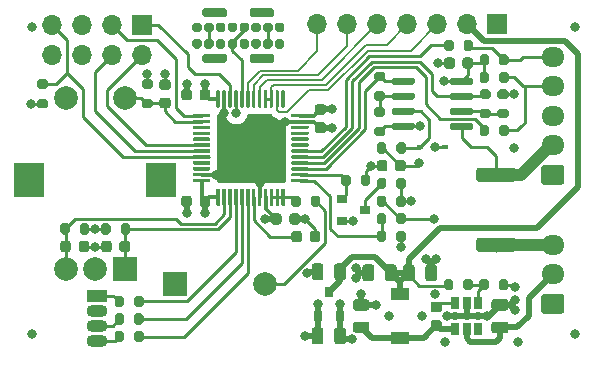
<source format=gbr>
G04 #@! TF.GenerationSoftware,KiCad,Pcbnew,5.1.10-88a1d61d58~90~ubuntu20.04.1*
G04 #@! TF.CreationDate,2021-08-06T19:03:49+02:00*
G04 #@! TF.ProjectId,arlene,61726c65-6e65-42e6-9b69-6361645f7063,v1.00*
G04 #@! TF.SameCoordinates,Original*
G04 #@! TF.FileFunction,Copper,L1,Top*
G04 #@! TF.FilePolarity,Positive*
%FSLAX46Y46*%
G04 Gerber Fmt 4.6, Leading zero omitted, Abs format (unit mm)*
G04 Created by KiCad (PCBNEW 5.1.10-88a1d61d58~90~ubuntu20.04.1) date 2021-08-06 19:03:49*
%MOMM*%
%LPD*%
G01*
G04 APERTURE LIST*
G04 #@! TA.AperFunction,ComponentPad*
%ADD10O,1.800000X1.070000*%
G04 #@! TD*
G04 #@! TA.AperFunction,ComponentPad*
%ADD11R,1.800000X1.070000*%
G04 #@! TD*
G04 #@! TA.AperFunction,ComponentPad*
%ADD12O,1.950000X1.700000*%
G04 #@! TD*
G04 #@! TA.AperFunction,ComponentPad*
%ADD13C,2.000000*%
G04 #@! TD*
G04 #@! TA.AperFunction,ComponentPad*
%ADD14R,2.500000X3.000000*%
G04 #@! TD*
G04 #@! TA.AperFunction,ComponentPad*
%ADD15R,2.000000X2.000000*%
G04 #@! TD*
G04 #@! TA.AperFunction,SMDPad,CuDef*
%ADD16R,0.600000X0.450000*%
G04 #@! TD*
G04 #@! TA.AperFunction,SMDPad,CuDef*
%ADD17R,0.650000X1.060000*%
G04 #@! TD*
G04 #@! TA.AperFunction,SMDPad,CuDef*
%ADD18R,0.800000X0.900000*%
G04 #@! TD*
G04 #@! TA.AperFunction,ComponentPad*
%ADD19R,1.700000X1.700000*%
G04 #@! TD*
G04 #@! TA.AperFunction,ComponentPad*
%ADD20O,1.700000X1.700000*%
G04 #@! TD*
G04 #@! TA.AperFunction,SMDPad,CuDef*
%ADD21R,1.600000X1.000000*%
G04 #@! TD*
G04 #@! TA.AperFunction,SMDPad,CuDef*
%ADD22R,0.900000X0.800000*%
G04 #@! TD*
G04 #@! TA.AperFunction,ViaPad*
%ADD23C,0.800000*%
G04 #@! TD*
G04 #@! TA.AperFunction,ViaPad*
%ADD24C,0.700000*%
G04 #@! TD*
G04 #@! TA.AperFunction,Conductor*
%ADD25C,0.250000*%
G04 #@! TD*
G04 #@! TA.AperFunction,Conductor*
%ADD26C,0.500000*%
G04 #@! TD*
G04 #@! TA.AperFunction,Conductor*
%ADD27C,1.000000*%
G04 #@! TD*
G04 #@! TA.AperFunction,Conductor*
%ADD28C,0.300000*%
G04 #@! TD*
G04 #@! TA.AperFunction,Conductor*
%ADD29C,0.200000*%
G04 #@! TD*
G04 #@! TA.AperFunction,Conductor*
%ADD30C,0.254000*%
G04 #@! TD*
G04 #@! TA.AperFunction,Conductor*
%ADD31C,0.100000*%
G04 #@! TD*
G04 APERTURE END LIST*
G04 #@! TA.AperFunction,ComponentPad*
G36*
G01*
X144580000Y-88640000D02*
X144580000Y-88240000D01*
G75*
G02*
X144780000Y-88040000I200000J0D01*
G01*
X145180000Y-88040000D01*
G75*
G02*
X145380000Y-88240000I0J-200000D01*
G01*
X145380000Y-88640000D01*
G75*
G02*
X145180000Y-88840000I-200000J0D01*
G01*
X144780000Y-88840000D01*
G75*
G02*
X144580000Y-88640000I0J200000D01*
G01*
G37*
G04 #@! TD.AperFunction*
G04 #@! TA.AperFunction,ComponentPad*
G36*
G01*
X145580000Y-88640000D02*
X145580000Y-88240000D01*
G75*
G02*
X145780000Y-88040000I200000J0D01*
G01*
X146180000Y-88040000D01*
G75*
G02*
X146380000Y-88240000I0J-200000D01*
G01*
X146380000Y-88640000D01*
G75*
G02*
X146180000Y-88840000I-200000J0D01*
G01*
X145780000Y-88840000D01*
G75*
G02*
X145580000Y-88640000I0J200000D01*
G01*
G37*
G04 #@! TD.AperFunction*
G04 #@! TA.AperFunction,ComponentPad*
G36*
G01*
X146580000Y-88640000D02*
X146580000Y-88240000D01*
G75*
G02*
X146780000Y-88040000I200000J0D01*
G01*
X147180000Y-88040000D01*
G75*
G02*
X147380000Y-88240000I0J-200000D01*
G01*
X147380000Y-88640000D01*
G75*
G02*
X147180000Y-88840000I-200000J0D01*
G01*
X146780000Y-88840000D01*
G75*
G02*
X146580000Y-88640000I0J200000D01*
G01*
G37*
G04 #@! TD.AperFunction*
G04 #@! TA.AperFunction,ComponentPad*
G36*
G01*
X147580000Y-88640000D02*
X147580000Y-88240000D01*
G75*
G02*
X147780000Y-88040000I200000J0D01*
G01*
X148180000Y-88040000D01*
G75*
G02*
X148380000Y-88240000I0J-200000D01*
G01*
X148380000Y-88640000D01*
G75*
G02*
X148180000Y-88840000I-200000J0D01*
G01*
X147780000Y-88840000D01*
G75*
G02*
X147580000Y-88640000I0J200000D01*
G01*
G37*
G04 #@! TD.AperFunction*
G04 #@! TA.AperFunction,ComponentPad*
G36*
G01*
X143580000Y-88640000D02*
X143580000Y-88240000D01*
G75*
G02*
X143780000Y-88040000I200000J0D01*
G01*
X144180000Y-88040000D01*
G75*
G02*
X144380000Y-88240000I0J-200000D01*
G01*
X144380000Y-88640000D01*
G75*
G02*
X144180000Y-88840000I-200000J0D01*
G01*
X143780000Y-88840000D01*
G75*
G02*
X143580000Y-88640000I0J200000D01*
G01*
G37*
G04 #@! TD.AperFunction*
G04 #@! TA.AperFunction,ComponentPad*
G36*
G01*
X141580000Y-88640000D02*
X141580000Y-88240000D01*
G75*
G02*
X141780000Y-88040000I200000J0D01*
G01*
X142180000Y-88040000D01*
G75*
G02*
X142380000Y-88240000I0J-200000D01*
G01*
X142380000Y-88640000D01*
G75*
G02*
X142180000Y-88840000I-200000J0D01*
G01*
X141780000Y-88840000D01*
G75*
G02*
X141580000Y-88640000I0J200000D01*
G01*
G37*
G04 #@! TD.AperFunction*
G04 #@! TA.AperFunction,ComponentPad*
G36*
G01*
X140580000Y-88640000D02*
X140580000Y-88240000D01*
G75*
G02*
X140780000Y-88040000I200000J0D01*
G01*
X141180000Y-88040000D01*
G75*
G02*
X141380000Y-88240000I0J-200000D01*
G01*
X141380000Y-88640000D01*
G75*
G02*
X141180000Y-88840000I-200000J0D01*
G01*
X140780000Y-88840000D01*
G75*
G02*
X140580000Y-88640000I0J200000D01*
G01*
G37*
G04 #@! TD.AperFunction*
G04 #@! TA.AperFunction,ComponentPad*
G36*
G01*
X140580000Y-87240000D02*
X140580000Y-86840000D01*
G75*
G02*
X140780000Y-86640000I200000J0D01*
G01*
X141180000Y-86640000D01*
G75*
G02*
X141380000Y-86840000I0J-200000D01*
G01*
X141380000Y-87240000D01*
G75*
G02*
X141180000Y-87440000I-200000J0D01*
G01*
X140780000Y-87440000D01*
G75*
G02*
X140580000Y-87240000I0J200000D01*
G01*
G37*
G04 #@! TD.AperFunction*
G04 #@! TA.AperFunction,ComponentPad*
G36*
G01*
X141580000Y-87240000D02*
X141580000Y-86840000D01*
G75*
G02*
X141780000Y-86640000I200000J0D01*
G01*
X142180000Y-86640000D01*
G75*
G02*
X142380000Y-86840000I0J-200000D01*
G01*
X142380000Y-87240000D01*
G75*
G02*
X142180000Y-87440000I-200000J0D01*
G01*
X141780000Y-87440000D01*
G75*
G02*
X141580000Y-87240000I0J200000D01*
G01*
G37*
G04 #@! TD.AperFunction*
G04 #@! TA.AperFunction,ComponentPad*
G36*
G01*
X142580000Y-87240000D02*
X142580000Y-86840000D01*
G75*
G02*
X142780000Y-86640000I200000J0D01*
G01*
X143180000Y-86640000D01*
G75*
G02*
X143380000Y-86840000I0J-200000D01*
G01*
X143380000Y-87240000D01*
G75*
G02*
X143180000Y-87440000I-200000J0D01*
G01*
X142780000Y-87440000D01*
G75*
G02*
X142580000Y-87240000I0J200000D01*
G01*
G37*
G04 #@! TD.AperFunction*
G04 #@! TA.AperFunction,ComponentPad*
G36*
G01*
X143580000Y-87240000D02*
X143580000Y-86840000D01*
G75*
G02*
X143780000Y-86640000I200000J0D01*
G01*
X144180000Y-86640000D01*
G75*
G02*
X144380000Y-86840000I0J-200000D01*
G01*
X144380000Y-87240000D01*
G75*
G02*
X144180000Y-87440000I-200000J0D01*
G01*
X143780000Y-87440000D01*
G75*
G02*
X143580000Y-87240000I0J200000D01*
G01*
G37*
G04 #@! TD.AperFunction*
G04 #@! TA.AperFunction,ComponentPad*
G36*
G01*
X144580000Y-87240000D02*
X144580000Y-86840000D01*
G75*
G02*
X144780000Y-86640000I200000J0D01*
G01*
X145180000Y-86640000D01*
G75*
G02*
X145380000Y-86840000I0J-200000D01*
G01*
X145380000Y-87240000D01*
G75*
G02*
X145180000Y-87440000I-200000J0D01*
G01*
X144780000Y-87440000D01*
G75*
G02*
X144580000Y-87240000I0J200000D01*
G01*
G37*
G04 #@! TD.AperFunction*
G04 #@! TA.AperFunction,ComponentPad*
G36*
G01*
X146580000Y-87240000D02*
X146580000Y-86840000D01*
G75*
G02*
X146780000Y-86640000I200000J0D01*
G01*
X147180000Y-86640000D01*
G75*
G02*
X147380000Y-86840000I0J-200000D01*
G01*
X147380000Y-87240000D01*
G75*
G02*
X147180000Y-87440000I-200000J0D01*
G01*
X146780000Y-87440000D01*
G75*
G02*
X146580000Y-87240000I0J200000D01*
G01*
G37*
G04 #@! TD.AperFunction*
G04 #@! TA.AperFunction,ComponentPad*
G36*
G01*
X147580000Y-87240000D02*
X147580000Y-86840000D01*
G75*
G02*
X147780000Y-86640000I200000J0D01*
G01*
X148180000Y-86640000D01*
G75*
G02*
X148380000Y-86840000I0J-200000D01*
G01*
X148380000Y-87240000D01*
G75*
G02*
X148180000Y-87440000I-200000J0D01*
G01*
X147780000Y-87440000D01*
G75*
G02*
X147580000Y-87240000I0J200000D01*
G01*
G37*
G04 #@! TD.AperFunction*
G04 #@! TA.AperFunction,ComponentPad*
G36*
G01*
X141430000Y-86010000D02*
X141430000Y-85610000D01*
G75*
G02*
X141630000Y-85410000I200000J0D01*
G01*
X143330000Y-85410000D01*
G75*
G02*
X143530000Y-85610000I0J-200000D01*
G01*
X143530000Y-86010000D01*
G75*
G02*
X143330000Y-86210000I-200000J0D01*
G01*
X141630000Y-86210000D01*
G75*
G02*
X141430000Y-86010000I0J200000D01*
G01*
G37*
G04 #@! TD.AperFunction*
G04 #@! TA.AperFunction,ComponentPad*
G36*
G01*
X145430000Y-86010000D02*
X145430000Y-85610000D01*
G75*
G02*
X145630000Y-85410000I200000J0D01*
G01*
X147330000Y-85410000D01*
G75*
G02*
X147530000Y-85610000I0J-200000D01*
G01*
X147530000Y-86010000D01*
G75*
G02*
X147330000Y-86210000I-200000J0D01*
G01*
X145630000Y-86210000D01*
G75*
G02*
X145430000Y-86010000I0J200000D01*
G01*
G37*
G04 #@! TD.AperFunction*
G04 #@! TA.AperFunction,ComponentPad*
G36*
G01*
X145430000Y-89870000D02*
X145430000Y-89470000D01*
G75*
G02*
X145630000Y-89270000I200000J0D01*
G01*
X147330000Y-89270000D01*
G75*
G02*
X147530000Y-89470000I0J-200000D01*
G01*
X147530000Y-89870000D01*
G75*
G02*
X147330000Y-90070000I-200000J0D01*
G01*
X145630000Y-90070000D01*
G75*
G02*
X145430000Y-89870000I0J200000D01*
G01*
G37*
G04 #@! TD.AperFunction*
G04 #@! TA.AperFunction,ComponentPad*
G36*
G01*
X141430000Y-89870000D02*
X141430000Y-89470000D01*
G75*
G02*
X141630000Y-89270000I200000J0D01*
G01*
X143330000Y-89270000D01*
G75*
G02*
X143530000Y-89470000I0J-200000D01*
G01*
X143530000Y-89870000D01*
G75*
G02*
X143330000Y-90070000I-200000J0D01*
G01*
X141630000Y-90070000D01*
G75*
G02*
X141430000Y-89870000I0J200000D01*
G01*
G37*
G04 #@! TD.AperFunction*
G04 #@! TA.AperFunction,ComponentPad*
G36*
G01*
X145580000Y-87240000D02*
X145580000Y-86840000D01*
G75*
G02*
X145780000Y-86640000I200000J0D01*
G01*
X146180000Y-86640000D01*
G75*
G02*
X146380000Y-86840000I0J-200000D01*
G01*
X146380000Y-87240000D01*
G75*
G02*
X146180000Y-87440000I-200000J0D01*
G01*
X145780000Y-87440000D01*
G75*
G02*
X145580000Y-87240000I0J200000D01*
G01*
G37*
G04 #@! TD.AperFunction*
G04 #@! TA.AperFunction,ComponentPad*
G36*
G01*
X142580000Y-88640000D02*
X142580000Y-88240000D01*
G75*
G02*
X142780000Y-88040000I200000J0D01*
G01*
X143180000Y-88040000D01*
G75*
G02*
X143380000Y-88240000I0J-200000D01*
G01*
X143380000Y-88640000D01*
G75*
G02*
X143180000Y-88840000I-200000J0D01*
G01*
X142780000Y-88840000D01*
G75*
G02*
X142580000Y-88640000I0J200000D01*
G01*
G37*
G04 #@! TD.AperFunction*
D10*
X132480000Y-113560000D03*
X132480000Y-112290000D03*
X132480000Y-111020000D03*
D11*
X132480000Y-109750000D03*
G04 #@! TA.AperFunction,SMDPad,CuDef*
G36*
G01*
X167715000Y-106075000D02*
X164865000Y-106075000D01*
G75*
G02*
X164615000Y-105825000I0J250000D01*
G01*
X164615000Y-105100000D01*
G75*
G02*
X164865000Y-104850000I250000J0D01*
G01*
X167715000Y-104850000D01*
G75*
G02*
X167965000Y-105100000I0J-250000D01*
G01*
X167965000Y-105825000D01*
G75*
G02*
X167715000Y-106075000I-250000J0D01*
G01*
G37*
G04 #@! TD.AperFunction*
G04 #@! TA.AperFunction,SMDPad,CuDef*
G36*
G01*
X167715000Y-100150000D02*
X164865000Y-100150000D01*
G75*
G02*
X164615000Y-99900000I0J250000D01*
G01*
X164615000Y-99175000D01*
G75*
G02*
X164865000Y-98925000I250000J0D01*
G01*
X167715000Y-98925000D01*
G75*
G02*
X167965000Y-99175000I0J-250000D01*
G01*
X167965000Y-99900000D01*
G75*
G02*
X167715000Y-100150000I-250000J0D01*
G01*
G37*
G04 #@! TD.AperFunction*
G04 #@! TA.AperFunction,SMDPad,CuDef*
G36*
G01*
X166605000Y-92305000D02*
X167155000Y-92305000D01*
G75*
G02*
X167355000Y-92505000I0J-200000D01*
G01*
X167355000Y-92905000D01*
G75*
G02*
X167155000Y-93105000I-200000J0D01*
G01*
X166605000Y-93105000D01*
G75*
G02*
X166405000Y-92905000I0J200000D01*
G01*
X166405000Y-92505000D01*
G75*
G02*
X166605000Y-92305000I200000J0D01*
G01*
G37*
G04 #@! TD.AperFunction*
G04 #@! TA.AperFunction,SMDPad,CuDef*
G36*
G01*
X166605000Y-93955000D02*
X167155000Y-93955000D01*
G75*
G02*
X167355000Y-94155000I0J-200000D01*
G01*
X167355000Y-94555000D01*
G75*
G02*
X167155000Y-94755000I-200000J0D01*
G01*
X166605000Y-94755000D01*
G75*
G02*
X166405000Y-94555000I0J200000D01*
G01*
X166405000Y-94155000D01*
G75*
G02*
X166605000Y-93955000I200000J0D01*
G01*
G37*
G04 #@! TD.AperFunction*
G04 #@! TA.AperFunction,SMDPad,CuDef*
G36*
G01*
X165105000Y-93955000D02*
X165655000Y-93955000D01*
G75*
G02*
X165855000Y-94155000I0J-200000D01*
G01*
X165855000Y-94555000D01*
G75*
G02*
X165655000Y-94755000I-200000J0D01*
G01*
X165105000Y-94755000D01*
G75*
G02*
X164905000Y-94555000I0J200000D01*
G01*
X164905000Y-94155000D01*
G75*
G02*
X165105000Y-93955000I200000J0D01*
G01*
G37*
G04 #@! TD.AperFunction*
G04 #@! TA.AperFunction,SMDPad,CuDef*
G36*
G01*
X165105000Y-92305000D02*
X165655000Y-92305000D01*
G75*
G02*
X165855000Y-92505000I0J-200000D01*
G01*
X165855000Y-92905000D01*
G75*
G02*
X165655000Y-93105000I-200000J0D01*
G01*
X165105000Y-93105000D01*
G75*
G02*
X164905000Y-92905000I0J200000D01*
G01*
X164905000Y-92505000D01*
G75*
G02*
X165105000Y-92305000I200000J0D01*
G01*
G37*
G04 #@! TD.AperFunction*
G04 #@! TA.AperFunction,SMDPad,CuDef*
G36*
G01*
X165705000Y-91015000D02*
X165705000Y-91565000D01*
G75*
G02*
X165505000Y-91765000I-200000J0D01*
G01*
X165105000Y-91765000D01*
G75*
G02*
X164905000Y-91565000I0J200000D01*
G01*
X164905000Y-91015000D01*
G75*
G02*
X165105000Y-90815000I200000J0D01*
G01*
X165505000Y-90815000D01*
G75*
G02*
X165705000Y-91015000I0J-200000D01*
G01*
G37*
G04 #@! TD.AperFunction*
G04 #@! TA.AperFunction,SMDPad,CuDef*
G36*
G01*
X167355000Y-91015000D02*
X167355000Y-91565000D01*
G75*
G02*
X167155000Y-91765000I-200000J0D01*
G01*
X166755000Y-91765000D01*
G75*
G02*
X166555000Y-91565000I0J200000D01*
G01*
X166555000Y-91015000D01*
G75*
G02*
X166755000Y-90815000I200000J0D01*
G01*
X167155000Y-90815000D01*
G75*
G02*
X167355000Y-91015000I0J-200000D01*
G01*
G37*
G04 #@! TD.AperFunction*
G04 #@! TA.AperFunction,SMDPad,CuDef*
G36*
G01*
X157460000Y-91775000D02*
X157460000Y-91475000D01*
G75*
G02*
X157610000Y-91325000I150000J0D01*
G01*
X159260000Y-91325000D01*
G75*
G02*
X159410000Y-91475000I0J-150000D01*
G01*
X159410000Y-91775000D01*
G75*
G02*
X159260000Y-91925000I-150000J0D01*
G01*
X157610000Y-91925000D01*
G75*
G02*
X157460000Y-91775000I0J150000D01*
G01*
G37*
G04 #@! TD.AperFunction*
G04 #@! TA.AperFunction,SMDPad,CuDef*
G36*
G01*
X157460000Y-93045000D02*
X157460000Y-92745000D01*
G75*
G02*
X157610000Y-92595000I150000J0D01*
G01*
X159260000Y-92595000D01*
G75*
G02*
X159410000Y-92745000I0J-150000D01*
G01*
X159410000Y-93045000D01*
G75*
G02*
X159260000Y-93195000I-150000J0D01*
G01*
X157610000Y-93195000D01*
G75*
G02*
X157460000Y-93045000I0J150000D01*
G01*
G37*
G04 #@! TD.AperFunction*
G04 #@! TA.AperFunction,SMDPad,CuDef*
G36*
G01*
X157460000Y-94315000D02*
X157460000Y-94015000D01*
G75*
G02*
X157610000Y-93865000I150000J0D01*
G01*
X159260000Y-93865000D01*
G75*
G02*
X159410000Y-94015000I0J-150000D01*
G01*
X159410000Y-94315000D01*
G75*
G02*
X159260000Y-94465000I-150000J0D01*
G01*
X157610000Y-94465000D01*
G75*
G02*
X157460000Y-94315000I0J150000D01*
G01*
G37*
G04 #@! TD.AperFunction*
G04 #@! TA.AperFunction,SMDPad,CuDef*
G36*
G01*
X157460000Y-95585000D02*
X157460000Y-95285000D01*
G75*
G02*
X157610000Y-95135000I150000J0D01*
G01*
X159260000Y-95135000D01*
G75*
G02*
X159410000Y-95285000I0J-150000D01*
G01*
X159410000Y-95585000D01*
G75*
G02*
X159260000Y-95735000I-150000J0D01*
G01*
X157610000Y-95735000D01*
G75*
G02*
X157460000Y-95585000I0J150000D01*
G01*
G37*
G04 #@! TD.AperFunction*
G04 #@! TA.AperFunction,SMDPad,CuDef*
G36*
G01*
X162410000Y-95585000D02*
X162410000Y-95285000D01*
G75*
G02*
X162560000Y-95135000I150000J0D01*
G01*
X164210000Y-95135000D01*
G75*
G02*
X164360000Y-95285000I0J-150000D01*
G01*
X164360000Y-95585000D01*
G75*
G02*
X164210000Y-95735000I-150000J0D01*
G01*
X162560000Y-95735000D01*
G75*
G02*
X162410000Y-95585000I0J150000D01*
G01*
G37*
G04 #@! TD.AperFunction*
G04 #@! TA.AperFunction,SMDPad,CuDef*
G36*
G01*
X162410000Y-94315000D02*
X162410000Y-94015000D01*
G75*
G02*
X162560000Y-93865000I150000J0D01*
G01*
X164210000Y-93865000D01*
G75*
G02*
X164360000Y-94015000I0J-150000D01*
G01*
X164360000Y-94315000D01*
G75*
G02*
X164210000Y-94465000I-150000J0D01*
G01*
X162560000Y-94465000D01*
G75*
G02*
X162410000Y-94315000I0J150000D01*
G01*
G37*
G04 #@! TD.AperFunction*
G04 #@! TA.AperFunction,SMDPad,CuDef*
G36*
G01*
X162410000Y-93045000D02*
X162410000Y-92745000D01*
G75*
G02*
X162560000Y-92595000I150000J0D01*
G01*
X164210000Y-92595000D01*
G75*
G02*
X164360000Y-92745000I0J-150000D01*
G01*
X164360000Y-93045000D01*
G75*
G02*
X164210000Y-93195000I-150000J0D01*
G01*
X162560000Y-93195000D01*
G75*
G02*
X162410000Y-93045000I0J150000D01*
G01*
G37*
G04 #@! TD.AperFunction*
G04 #@! TA.AperFunction,SMDPad,CuDef*
G36*
G01*
X162410000Y-91775000D02*
X162410000Y-91475000D01*
G75*
G02*
X162560000Y-91325000I150000J0D01*
G01*
X164210000Y-91325000D01*
G75*
G02*
X164360000Y-91475000I0J-150000D01*
G01*
X164360000Y-91775000D01*
G75*
G02*
X164210000Y-91925000I-150000J0D01*
G01*
X162560000Y-91925000D01*
G75*
G02*
X162410000Y-91775000I0J150000D01*
G01*
G37*
G04 #@! TD.AperFunction*
G04 #@! TA.AperFunction,SMDPad,CuDef*
G36*
G01*
X156205000Y-102035000D02*
X156205000Y-101485000D01*
G75*
G02*
X156405000Y-101285000I200000J0D01*
G01*
X156805000Y-101285000D01*
G75*
G02*
X157005000Y-101485000I0J-200000D01*
G01*
X157005000Y-102035000D01*
G75*
G02*
X156805000Y-102235000I-200000J0D01*
G01*
X156405000Y-102235000D01*
G75*
G02*
X156205000Y-102035000I0J200000D01*
G01*
G37*
G04 #@! TD.AperFunction*
G04 #@! TA.AperFunction,SMDPad,CuDef*
G36*
G01*
X157855000Y-102035000D02*
X157855000Y-101485000D01*
G75*
G02*
X158055000Y-101285000I200000J0D01*
G01*
X158455000Y-101285000D01*
G75*
G02*
X158655000Y-101485000I0J-200000D01*
G01*
X158655000Y-102035000D01*
G75*
G02*
X158455000Y-102235000I-200000J0D01*
G01*
X158055000Y-102235000D01*
G75*
G02*
X157855000Y-102035000I0J200000D01*
G01*
G37*
G04 #@! TD.AperFunction*
G04 #@! TA.AperFunction,SMDPad,CuDef*
G36*
G01*
X157005000Y-99985000D02*
X157005000Y-100535000D01*
G75*
G02*
X156805000Y-100735000I-200000J0D01*
G01*
X156405000Y-100735000D01*
G75*
G02*
X156205000Y-100535000I0J200000D01*
G01*
X156205000Y-99985000D01*
G75*
G02*
X156405000Y-99785000I200000J0D01*
G01*
X156805000Y-99785000D01*
G75*
G02*
X157005000Y-99985000I0J-200000D01*
G01*
G37*
G04 #@! TD.AperFunction*
G04 #@! TA.AperFunction,SMDPad,CuDef*
G36*
G01*
X158655000Y-99985000D02*
X158655000Y-100535000D01*
G75*
G02*
X158455000Y-100735000I-200000J0D01*
G01*
X158055000Y-100735000D01*
G75*
G02*
X157855000Y-100535000I0J200000D01*
G01*
X157855000Y-99985000D01*
G75*
G02*
X158055000Y-99785000I200000J0D01*
G01*
X158455000Y-99785000D01*
G75*
G02*
X158655000Y-99985000I0J-200000D01*
G01*
G37*
G04 #@! TD.AperFunction*
G04 #@! TA.AperFunction,SMDPad,CuDef*
G36*
G01*
X158655000Y-104465000D02*
X158655000Y-105015000D01*
G75*
G02*
X158455000Y-105215000I-200000J0D01*
G01*
X158055000Y-105215000D01*
G75*
G02*
X157855000Y-105015000I0J200000D01*
G01*
X157855000Y-104465000D01*
G75*
G02*
X158055000Y-104265000I200000J0D01*
G01*
X158455000Y-104265000D01*
G75*
G02*
X158655000Y-104465000I0J-200000D01*
G01*
G37*
G04 #@! TD.AperFunction*
G04 #@! TA.AperFunction,SMDPad,CuDef*
G36*
G01*
X157005000Y-104465000D02*
X157005000Y-105015000D01*
G75*
G02*
X156805000Y-105215000I-200000J0D01*
G01*
X156405000Y-105215000D01*
G75*
G02*
X156205000Y-105015000I0J200000D01*
G01*
X156205000Y-104465000D01*
G75*
G02*
X156405000Y-104265000I200000J0D01*
G01*
X156805000Y-104265000D01*
G75*
G02*
X157005000Y-104465000I0J-200000D01*
G01*
G37*
G04 #@! TD.AperFunction*
G04 #@! TA.AperFunction,SMDPad,CuDef*
G36*
G01*
X157855000Y-103515000D02*
X157855000Y-102965000D01*
G75*
G02*
X158055000Y-102765000I200000J0D01*
G01*
X158455000Y-102765000D01*
G75*
G02*
X158655000Y-102965000I0J-200000D01*
G01*
X158655000Y-103515000D01*
G75*
G02*
X158455000Y-103715000I-200000J0D01*
G01*
X158055000Y-103715000D01*
G75*
G02*
X157855000Y-103515000I0J200000D01*
G01*
G37*
G04 #@! TD.AperFunction*
G04 #@! TA.AperFunction,SMDPad,CuDef*
G36*
G01*
X156205000Y-103515000D02*
X156205000Y-102965000D01*
G75*
G02*
X156405000Y-102765000I200000J0D01*
G01*
X156805000Y-102765000D01*
G75*
G02*
X157005000Y-102965000I0J-200000D01*
G01*
X157005000Y-103515000D01*
G75*
G02*
X156805000Y-103715000I-200000J0D01*
G01*
X156405000Y-103715000D01*
G75*
G02*
X156205000Y-103515000I0J200000D01*
G01*
G37*
G04 #@! TD.AperFunction*
G04 #@! TA.AperFunction,ComponentPad*
G36*
G01*
X171825000Y-111310000D02*
X170375000Y-111310000D01*
G75*
G02*
X170125000Y-111060000I0J250000D01*
G01*
X170125000Y-109860000D01*
G75*
G02*
X170375000Y-109610000I250000J0D01*
G01*
X171825000Y-109610000D01*
G75*
G02*
X172075000Y-109860000I0J-250000D01*
G01*
X172075000Y-111060000D01*
G75*
G02*
X171825000Y-111310000I-250000J0D01*
G01*
G37*
G04 #@! TD.AperFunction*
D12*
X171100000Y-107960000D03*
X171100000Y-105460000D03*
G04 #@! TA.AperFunction,ComponentPad*
G36*
G01*
X171825000Y-100390000D02*
X170375000Y-100390000D01*
G75*
G02*
X170125000Y-100140000I0J250000D01*
G01*
X170125000Y-98940000D01*
G75*
G02*
X170375000Y-98690000I250000J0D01*
G01*
X171825000Y-98690000D01*
G75*
G02*
X172075000Y-98940000I0J-250000D01*
G01*
X172075000Y-100140000D01*
G75*
G02*
X171825000Y-100390000I-250000J0D01*
G01*
G37*
G04 #@! TD.AperFunction*
X171100000Y-97040000D03*
X171100000Y-94540000D03*
X171100000Y-92040000D03*
X171100000Y-89540000D03*
D13*
X129850000Y-93000000D03*
X134850000Y-93000000D03*
D14*
X126750000Y-100000000D03*
X137950000Y-100000000D03*
D13*
X129850000Y-107500000D03*
X132350000Y-107500000D03*
D15*
X134850000Y-107500000D03*
X139130000Y-108750000D03*
D13*
X146730000Y-108750000D03*
G04 #@! TA.AperFunction,SMDPad,CuDef*
G36*
G01*
X167105000Y-112950000D02*
X166155000Y-112950000D01*
G75*
G02*
X165905000Y-112700000I0J250000D01*
G01*
X165905000Y-112200000D01*
G75*
G02*
X166155000Y-111950000I250000J0D01*
G01*
X167105000Y-111950000D01*
G75*
G02*
X167355000Y-112200000I0J-250000D01*
G01*
X167355000Y-112700000D01*
G75*
G02*
X167105000Y-112950000I-250000J0D01*
G01*
G37*
G04 #@! TD.AperFunction*
G04 #@! TA.AperFunction,SMDPad,CuDef*
G36*
G01*
X167105000Y-111050000D02*
X166155000Y-111050000D01*
G75*
G02*
X165905000Y-110800000I0J250000D01*
G01*
X165905000Y-110300000D01*
G75*
G02*
X166155000Y-110050000I250000J0D01*
G01*
X167105000Y-110050000D01*
G75*
G02*
X167355000Y-110300000I0J-250000D01*
G01*
X167355000Y-110800000D01*
G75*
G02*
X167105000Y-111050000I-250000J0D01*
G01*
G37*
G04 #@! TD.AperFunction*
G04 #@! TA.AperFunction,SMDPad,CuDef*
G36*
G01*
X160990000Y-111825000D02*
X161490000Y-111825000D01*
G75*
G02*
X161715000Y-112050000I0J-225000D01*
G01*
X161715000Y-112500000D01*
G75*
G02*
X161490000Y-112725000I-225000J0D01*
G01*
X160990000Y-112725000D01*
G75*
G02*
X160765000Y-112500000I0J225000D01*
G01*
X160765000Y-112050000D01*
G75*
G02*
X160990000Y-111825000I225000J0D01*
G01*
G37*
G04 #@! TD.AperFunction*
G04 #@! TA.AperFunction,SMDPad,CuDef*
G36*
G01*
X160990000Y-110275000D02*
X161490000Y-110275000D01*
G75*
G02*
X161715000Y-110500000I0J-225000D01*
G01*
X161715000Y-110950000D01*
G75*
G02*
X161490000Y-111175000I-225000J0D01*
G01*
X160990000Y-111175000D01*
G75*
G02*
X160765000Y-110950000I0J225000D01*
G01*
X160765000Y-110500000D01*
G75*
G02*
X160990000Y-110275000I225000J0D01*
G01*
G37*
G04 #@! TD.AperFunction*
G04 #@! TA.AperFunction,SMDPad,CuDef*
G36*
G01*
X153590000Y-107275000D02*
X153590000Y-108225000D01*
G75*
G02*
X153340000Y-108475000I-250000J0D01*
G01*
X152840000Y-108475000D01*
G75*
G02*
X152590000Y-108225000I0J250000D01*
G01*
X152590000Y-107275000D01*
G75*
G02*
X152840000Y-107025000I250000J0D01*
G01*
X153340000Y-107025000D01*
G75*
G02*
X153590000Y-107275000I0J-250000D01*
G01*
G37*
G04 #@! TD.AperFunction*
G04 #@! TA.AperFunction,SMDPad,CuDef*
G36*
G01*
X151690000Y-107275000D02*
X151690000Y-108225000D01*
G75*
G02*
X151440000Y-108475000I-250000J0D01*
G01*
X150940000Y-108475000D01*
G75*
G02*
X150690000Y-108225000I0J250000D01*
G01*
X150690000Y-107275000D01*
G75*
G02*
X150940000Y-107025000I250000J0D01*
G01*
X151440000Y-107025000D01*
G75*
G02*
X151690000Y-107275000I0J-250000D01*
G01*
G37*
G04 #@! TD.AperFunction*
G04 #@! TA.AperFunction,SMDPad,CuDef*
G36*
G01*
X151690000Y-112695000D02*
X151690000Y-113645000D01*
G75*
G02*
X151440000Y-113895000I-250000J0D01*
G01*
X150940000Y-113895000D01*
G75*
G02*
X150690000Y-113645000I0J250000D01*
G01*
X150690000Y-112695000D01*
G75*
G02*
X150940000Y-112445000I250000J0D01*
G01*
X151440000Y-112445000D01*
G75*
G02*
X151690000Y-112695000I0J-250000D01*
G01*
G37*
G04 #@! TD.AperFunction*
G04 #@! TA.AperFunction,SMDPad,CuDef*
G36*
G01*
X153590000Y-112695000D02*
X153590000Y-113645000D01*
G75*
G02*
X153340000Y-113895000I-250000J0D01*
G01*
X152840000Y-113895000D01*
G75*
G02*
X152590000Y-113645000I0J250000D01*
G01*
X152590000Y-112695000D01*
G75*
G02*
X152840000Y-112445000I250000J0D01*
G01*
X153340000Y-112445000D01*
G75*
G02*
X153590000Y-112695000I0J-250000D01*
G01*
G37*
G04 #@! TD.AperFunction*
G04 #@! TA.AperFunction,SMDPad,CuDef*
G36*
G01*
X158410000Y-108305000D02*
X158410000Y-107355000D01*
G75*
G02*
X158660000Y-107105000I250000J0D01*
G01*
X159160000Y-107105000D01*
G75*
G02*
X159410000Y-107355000I0J-250000D01*
G01*
X159410000Y-108305000D01*
G75*
G02*
X159160000Y-108555000I-250000J0D01*
G01*
X158660000Y-108555000D01*
G75*
G02*
X158410000Y-108305000I0J250000D01*
G01*
G37*
G04 #@! TD.AperFunction*
G04 #@! TA.AperFunction,SMDPad,CuDef*
G36*
G01*
X160310000Y-108305000D02*
X160310000Y-107355000D01*
G75*
G02*
X160560000Y-107105000I250000J0D01*
G01*
X161060000Y-107105000D01*
G75*
G02*
X161310000Y-107355000I0J-250000D01*
G01*
X161310000Y-108305000D01*
G75*
G02*
X161060000Y-108555000I-250000J0D01*
G01*
X160560000Y-108555000D01*
G75*
G02*
X160310000Y-108305000I0J250000D01*
G01*
G37*
G04 #@! TD.AperFunction*
G04 #@! TA.AperFunction,SMDPad,CuDef*
G36*
G01*
X155990000Y-107355000D02*
X155990000Y-108305000D01*
G75*
G02*
X155740000Y-108555000I-250000J0D01*
G01*
X155240000Y-108555000D01*
G75*
G02*
X154990000Y-108305000I0J250000D01*
G01*
X154990000Y-107355000D01*
G75*
G02*
X155240000Y-107105000I250000J0D01*
G01*
X155740000Y-107105000D01*
G75*
G02*
X155990000Y-107355000I0J-250000D01*
G01*
G37*
G04 #@! TD.AperFunction*
G04 #@! TA.AperFunction,SMDPad,CuDef*
G36*
G01*
X157890000Y-107355000D02*
X157890000Y-108305000D01*
G75*
G02*
X157640000Y-108555000I-250000J0D01*
G01*
X157140000Y-108555000D01*
G75*
G02*
X156890000Y-108305000I0J250000D01*
G01*
X156890000Y-107355000D01*
G75*
G02*
X157140000Y-107105000I250000J0D01*
G01*
X157640000Y-107105000D01*
G75*
G02*
X157890000Y-107355000I0J-250000D01*
G01*
G37*
G04 #@! TD.AperFunction*
G04 #@! TA.AperFunction,SMDPad,CuDef*
G36*
G01*
X142095000Y-92510000D02*
X142095000Y-93010000D01*
G75*
G02*
X141870000Y-93235000I-225000J0D01*
G01*
X141420000Y-93235000D01*
G75*
G02*
X141195000Y-93010000I0J225000D01*
G01*
X141195000Y-92510000D01*
G75*
G02*
X141420000Y-92285000I225000J0D01*
G01*
X141870000Y-92285000D01*
G75*
G02*
X142095000Y-92510000I0J-225000D01*
G01*
G37*
G04 #@! TD.AperFunction*
G04 #@! TA.AperFunction,SMDPad,CuDef*
G36*
G01*
X140545000Y-92510000D02*
X140545000Y-93010000D01*
G75*
G02*
X140320000Y-93235000I-225000J0D01*
G01*
X139870000Y-93235000D01*
G75*
G02*
X139645000Y-93010000I0J225000D01*
G01*
X139645000Y-92510000D01*
G75*
G02*
X139870000Y-92285000I225000J0D01*
G01*
X140320000Y-92285000D01*
G75*
G02*
X140545000Y-92510000I0J-225000D01*
G01*
G37*
G04 #@! TD.AperFunction*
G04 #@! TA.AperFunction,SMDPad,CuDef*
G36*
G01*
X151180000Y-95095000D02*
X151680000Y-95095000D01*
G75*
G02*
X151905000Y-95320000I0J-225000D01*
G01*
X151905000Y-95770000D01*
G75*
G02*
X151680000Y-95995000I-225000J0D01*
G01*
X151180000Y-95995000D01*
G75*
G02*
X150955000Y-95770000I0J225000D01*
G01*
X150955000Y-95320000D01*
G75*
G02*
X151180000Y-95095000I225000J0D01*
G01*
G37*
G04 #@! TD.AperFunction*
G04 #@! TA.AperFunction,SMDPad,CuDef*
G36*
G01*
X151180000Y-93545000D02*
X151680000Y-93545000D01*
G75*
G02*
X151905000Y-93770000I0J-225000D01*
G01*
X151905000Y-94220000D01*
G75*
G02*
X151680000Y-94445000I-225000J0D01*
G01*
X151180000Y-94445000D01*
G75*
G02*
X150955000Y-94220000I0J225000D01*
G01*
X150955000Y-93770000D01*
G75*
G02*
X151180000Y-93545000I225000J0D01*
G01*
G37*
G04 #@! TD.AperFunction*
G04 #@! TA.AperFunction,SMDPad,CuDef*
G36*
G01*
X140545000Y-101530000D02*
X140545000Y-102030000D01*
G75*
G02*
X140320000Y-102255000I-225000J0D01*
G01*
X139870000Y-102255000D01*
G75*
G02*
X139645000Y-102030000I0J225000D01*
G01*
X139645000Y-101530000D01*
G75*
G02*
X139870000Y-101305000I225000J0D01*
G01*
X140320000Y-101305000D01*
G75*
G02*
X140545000Y-101530000I0J-225000D01*
G01*
G37*
G04 #@! TD.AperFunction*
G04 #@! TA.AperFunction,SMDPad,CuDef*
G36*
G01*
X142095000Y-101530000D02*
X142095000Y-102030000D01*
G75*
G02*
X141870000Y-102255000I-225000J0D01*
G01*
X141420000Y-102255000D01*
G75*
G02*
X141195000Y-102030000I0J225000D01*
G01*
X141195000Y-101530000D01*
G75*
G02*
X141420000Y-101305000I225000J0D01*
G01*
X141870000Y-101305000D01*
G75*
G02*
X142095000Y-101530000I0J-225000D01*
G01*
G37*
G04 #@! TD.AperFunction*
G04 #@! TA.AperFunction,SMDPad,CuDef*
G36*
G01*
X147245000Y-103520000D02*
X147245000Y-103020000D01*
G75*
G02*
X147470000Y-102795000I225000J0D01*
G01*
X147920000Y-102795000D01*
G75*
G02*
X148145000Y-103020000I0J-225000D01*
G01*
X148145000Y-103520000D01*
G75*
G02*
X147920000Y-103745000I-225000J0D01*
G01*
X147470000Y-103745000D01*
G75*
G02*
X147245000Y-103520000I0J225000D01*
G01*
G37*
G04 #@! TD.AperFunction*
G04 #@! TA.AperFunction,SMDPad,CuDef*
G36*
G01*
X148795000Y-103520000D02*
X148795000Y-103020000D01*
G75*
G02*
X149020000Y-102795000I225000J0D01*
G01*
X149470000Y-102795000D01*
G75*
G02*
X149695000Y-103020000I0J-225000D01*
G01*
X149695000Y-103520000D01*
G75*
G02*
X149470000Y-103745000I-225000J0D01*
G01*
X149020000Y-103745000D01*
G75*
G02*
X148795000Y-103520000I0J225000D01*
G01*
G37*
G04 #@! TD.AperFunction*
G04 #@! TA.AperFunction,SMDPad,CuDef*
G36*
G01*
X148965000Y-105010000D02*
X148965000Y-104510000D01*
G75*
G02*
X149190000Y-104285000I225000J0D01*
G01*
X149640000Y-104285000D01*
G75*
G02*
X149865000Y-104510000I0J-225000D01*
G01*
X149865000Y-105010000D01*
G75*
G02*
X149640000Y-105235000I-225000J0D01*
G01*
X149190000Y-105235000D01*
G75*
G02*
X148965000Y-105010000I0J225000D01*
G01*
G37*
G04 #@! TD.AperFunction*
G04 #@! TA.AperFunction,SMDPad,CuDef*
G36*
G01*
X150515000Y-105010000D02*
X150515000Y-104510000D01*
G75*
G02*
X150740000Y-104285000I225000J0D01*
G01*
X151190000Y-104285000D01*
G75*
G02*
X151415000Y-104510000I0J-225000D01*
G01*
X151415000Y-105010000D01*
G75*
G02*
X151190000Y-105235000I-225000J0D01*
G01*
X150740000Y-105235000D01*
G75*
G02*
X150515000Y-105010000I0J225000D01*
G01*
G37*
G04 #@! TD.AperFunction*
G04 #@! TA.AperFunction,SMDPad,CuDef*
G36*
G01*
X158655000Y-98510000D02*
X158655000Y-99010000D01*
G75*
G02*
X158430000Y-99235000I-225000J0D01*
G01*
X157980000Y-99235000D01*
G75*
G02*
X157755000Y-99010000I0J225000D01*
G01*
X157755000Y-98510000D01*
G75*
G02*
X157980000Y-98285000I225000J0D01*
G01*
X158430000Y-98285000D01*
G75*
G02*
X158655000Y-98510000I0J-225000D01*
G01*
G37*
G04 #@! TD.AperFunction*
G04 #@! TA.AperFunction,SMDPad,CuDef*
G36*
G01*
X157105000Y-98510000D02*
X157105000Y-99010000D01*
G75*
G02*
X156880000Y-99235000I-225000J0D01*
G01*
X156430000Y-99235000D01*
G75*
G02*
X156205000Y-99010000I0J225000D01*
G01*
X156205000Y-98510000D01*
G75*
G02*
X156430000Y-98285000I225000J0D01*
G01*
X156880000Y-98285000D01*
G75*
G02*
X157105000Y-98510000I0J-225000D01*
G01*
G37*
G04 #@! TD.AperFunction*
G04 #@! TA.AperFunction,SMDPad,CuDef*
G36*
G01*
X161905000Y-90320000D02*
X161905000Y-89820000D01*
G75*
G02*
X162130000Y-89595000I225000J0D01*
G01*
X162580000Y-89595000D01*
G75*
G02*
X162805000Y-89820000I0J-225000D01*
G01*
X162805000Y-90320000D01*
G75*
G02*
X162580000Y-90545000I-225000J0D01*
G01*
X162130000Y-90545000D01*
G75*
G02*
X161905000Y-90320000I0J225000D01*
G01*
G37*
G04 #@! TD.AperFunction*
G04 #@! TA.AperFunction,SMDPad,CuDef*
G36*
G01*
X163455000Y-90320000D02*
X163455000Y-89820000D01*
G75*
G02*
X163680000Y-89595000I225000J0D01*
G01*
X164130000Y-89595000D01*
G75*
G02*
X164355000Y-89820000I0J-225000D01*
G01*
X164355000Y-90320000D01*
G75*
G02*
X164130000Y-90545000I-225000J0D01*
G01*
X163680000Y-90545000D01*
G75*
G02*
X163455000Y-90320000I0J225000D01*
G01*
G37*
G04 #@! TD.AperFunction*
G04 #@! TA.AperFunction,SMDPad,CuDef*
G36*
G01*
X155336250Y-111050000D02*
X154423750Y-111050000D01*
G75*
G02*
X154180000Y-110806250I0J243750D01*
G01*
X154180000Y-110318750D01*
G75*
G02*
X154423750Y-110075000I243750J0D01*
G01*
X155336250Y-110075000D01*
G75*
G02*
X155580000Y-110318750I0J-243750D01*
G01*
X155580000Y-110806250D01*
G75*
G02*
X155336250Y-111050000I-243750J0D01*
G01*
G37*
G04 #@! TD.AperFunction*
G04 #@! TA.AperFunction,SMDPad,CuDef*
G36*
G01*
X155336250Y-112925000D02*
X154423750Y-112925000D01*
G75*
G02*
X154180000Y-112681250I0J243750D01*
G01*
X154180000Y-112193750D01*
G75*
G02*
X154423750Y-111950000I243750J0D01*
G01*
X155336250Y-111950000D01*
G75*
G02*
X155580000Y-112193750I0J-243750D01*
G01*
X155580000Y-112681250D01*
G75*
G02*
X155336250Y-112925000I-243750J0D01*
G01*
G37*
G04 #@! TD.AperFunction*
D16*
X161960000Y-97210000D03*
X159860000Y-97210000D03*
G04 #@! TA.AperFunction,SMDPad,CuDef*
G36*
G01*
X161885000Y-109105000D02*
X161885000Y-108555000D01*
G75*
G02*
X162085000Y-108355000I200000J0D01*
G01*
X162485000Y-108355000D01*
G75*
G02*
X162685000Y-108555000I0J-200000D01*
G01*
X162685000Y-109105000D01*
G75*
G02*
X162485000Y-109305000I-200000J0D01*
G01*
X162085000Y-109305000D01*
G75*
G02*
X161885000Y-109105000I0J200000D01*
G01*
G37*
G04 #@! TD.AperFunction*
G04 #@! TA.AperFunction,SMDPad,CuDef*
G36*
G01*
X163535000Y-109105000D02*
X163535000Y-108555000D01*
G75*
G02*
X163735000Y-108355000I200000J0D01*
G01*
X164135000Y-108355000D01*
G75*
G02*
X164335000Y-108555000I0J-200000D01*
G01*
X164335000Y-109105000D01*
G75*
G02*
X164135000Y-109305000I-200000J0D01*
G01*
X163735000Y-109305000D01*
G75*
G02*
X163535000Y-109105000I0J200000D01*
G01*
G37*
G04 #@! TD.AperFunction*
G04 #@! TA.AperFunction,SMDPad,CuDef*
G36*
G01*
X166535000Y-109105000D02*
X166535000Y-108555000D01*
G75*
G02*
X166735000Y-108355000I200000J0D01*
G01*
X167135000Y-108355000D01*
G75*
G02*
X167335000Y-108555000I0J-200000D01*
G01*
X167335000Y-109105000D01*
G75*
G02*
X167135000Y-109305000I-200000J0D01*
G01*
X166735000Y-109305000D01*
G75*
G02*
X166535000Y-109105000I0J200000D01*
G01*
G37*
G04 #@! TD.AperFunction*
G04 #@! TA.AperFunction,SMDPad,CuDef*
G36*
G01*
X164885000Y-109105000D02*
X164885000Y-108555000D01*
G75*
G02*
X165085000Y-108355000I200000J0D01*
G01*
X165485000Y-108355000D01*
G75*
G02*
X165685000Y-108555000I0J-200000D01*
G01*
X165685000Y-109105000D01*
G75*
G02*
X165485000Y-109305000I-200000J0D01*
G01*
X165085000Y-109305000D01*
G75*
G02*
X164885000Y-109105000I0J200000D01*
G01*
G37*
G04 #@! TD.AperFunction*
G04 #@! TA.AperFunction,SMDPad,CuDef*
G36*
G01*
X127625000Y-91455000D02*
X128175000Y-91455000D01*
G75*
G02*
X128375000Y-91655000I0J-200000D01*
G01*
X128375000Y-92055000D01*
G75*
G02*
X128175000Y-92255000I-200000J0D01*
G01*
X127625000Y-92255000D01*
G75*
G02*
X127425000Y-92055000I0J200000D01*
G01*
X127425000Y-91655000D01*
G75*
G02*
X127625000Y-91455000I200000J0D01*
G01*
G37*
G04 #@! TD.AperFunction*
G04 #@! TA.AperFunction,SMDPad,CuDef*
G36*
G01*
X127625000Y-93105000D02*
X128175000Y-93105000D01*
G75*
G02*
X128375000Y-93305000I0J-200000D01*
G01*
X128375000Y-93705000D01*
G75*
G02*
X128175000Y-93905000I-200000J0D01*
G01*
X127625000Y-93905000D01*
G75*
G02*
X127425000Y-93705000I0J200000D01*
G01*
X127425000Y-93305000D01*
G75*
G02*
X127625000Y-93105000I200000J0D01*
G01*
G37*
G04 #@! TD.AperFunction*
G04 #@! TA.AperFunction,SMDPad,CuDef*
G36*
G01*
X154855000Y-100265000D02*
X154855000Y-99715000D01*
G75*
G02*
X155055000Y-99515000I200000J0D01*
G01*
X155455000Y-99515000D01*
G75*
G02*
X155655000Y-99715000I0J-200000D01*
G01*
X155655000Y-100265000D01*
G75*
G02*
X155455000Y-100465000I-200000J0D01*
G01*
X155055000Y-100465000D01*
G75*
G02*
X154855000Y-100265000I0J200000D01*
G01*
G37*
G04 #@! TD.AperFunction*
G04 #@! TA.AperFunction,SMDPad,CuDef*
G36*
G01*
X153205000Y-100265000D02*
X153205000Y-99715000D01*
G75*
G02*
X153405000Y-99515000I200000J0D01*
G01*
X153805000Y-99515000D01*
G75*
G02*
X154005000Y-99715000I0J-200000D01*
G01*
X154005000Y-100265000D01*
G75*
G02*
X153805000Y-100465000I-200000J0D01*
G01*
X153405000Y-100465000D01*
G75*
G02*
X153205000Y-100265000I0J200000D01*
G01*
G37*
G04 #@! TD.AperFunction*
G04 #@! TA.AperFunction,SMDPad,CuDef*
G36*
G01*
X164905000Y-90075000D02*
X164905000Y-89525000D01*
G75*
G02*
X165105000Y-89325000I200000J0D01*
G01*
X165505000Y-89325000D01*
G75*
G02*
X165705000Y-89525000I0J-200000D01*
G01*
X165705000Y-90075000D01*
G75*
G02*
X165505000Y-90275000I-200000J0D01*
G01*
X165105000Y-90275000D01*
G75*
G02*
X164905000Y-90075000I0J200000D01*
G01*
G37*
G04 #@! TD.AperFunction*
G04 #@! TA.AperFunction,SMDPad,CuDef*
G36*
G01*
X166555000Y-90075000D02*
X166555000Y-89525000D01*
G75*
G02*
X166755000Y-89325000I200000J0D01*
G01*
X167155000Y-89325000D01*
G75*
G02*
X167355000Y-89525000I0J-200000D01*
G01*
X167355000Y-90075000D01*
G75*
G02*
X167155000Y-90275000I-200000J0D01*
G01*
X166755000Y-90275000D01*
G75*
G02*
X166555000Y-90075000I0J200000D01*
G01*
G37*
G04 #@! TD.AperFunction*
G04 #@! TA.AperFunction,SMDPad,CuDef*
G36*
G01*
X163555000Y-88855000D02*
X163555000Y-88305000D01*
G75*
G02*
X163755000Y-88105000I200000J0D01*
G01*
X164155000Y-88105000D01*
G75*
G02*
X164355000Y-88305000I0J-200000D01*
G01*
X164355000Y-88855000D01*
G75*
G02*
X164155000Y-89055000I-200000J0D01*
G01*
X163755000Y-89055000D01*
G75*
G02*
X163555000Y-88855000I0J200000D01*
G01*
G37*
G04 #@! TD.AperFunction*
G04 #@! TA.AperFunction,SMDPad,CuDef*
G36*
G01*
X161905000Y-88855000D02*
X161905000Y-88305000D01*
G75*
G02*
X162105000Y-88105000I200000J0D01*
G01*
X162505000Y-88105000D01*
G75*
G02*
X162705000Y-88305000I0J-200000D01*
G01*
X162705000Y-88855000D01*
G75*
G02*
X162505000Y-89055000I-200000J0D01*
G01*
X162105000Y-89055000D01*
G75*
G02*
X161905000Y-88855000I0J200000D01*
G01*
G37*
G04 #@! TD.AperFunction*
G04 #@! TA.AperFunction,SMDPad,CuDef*
G36*
G01*
X157855000Y-97535000D02*
X157855000Y-96985000D01*
G75*
G02*
X158055000Y-96785000I200000J0D01*
G01*
X158455000Y-96785000D01*
G75*
G02*
X158655000Y-96985000I0J-200000D01*
G01*
X158655000Y-97535000D01*
G75*
G02*
X158455000Y-97735000I-200000J0D01*
G01*
X158055000Y-97735000D01*
G75*
G02*
X157855000Y-97535000I0J200000D01*
G01*
G37*
G04 #@! TD.AperFunction*
G04 #@! TA.AperFunction,SMDPad,CuDef*
G36*
G01*
X156205000Y-97535000D02*
X156205000Y-96985000D01*
G75*
G02*
X156405000Y-96785000I200000J0D01*
G01*
X156805000Y-96785000D01*
G75*
G02*
X157005000Y-96985000I0J-200000D01*
G01*
X157005000Y-97535000D01*
G75*
G02*
X156805000Y-97735000I-200000J0D01*
G01*
X156405000Y-97735000D01*
G75*
G02*
X156205000Y-97535000I0J200000D01*
G01*
G37*
G04 #@! TD.AperFunction*
G04 #@! TA.AperFunction,SMDPad,CuDef*
G36*
G01*
X156725000Y-96255000D02*
X156175000Y-96255000D01*
G75*
G02*
X155975000Y-96055000I0J200000D01*
G01*
X155975000Y-95655000D01*
G75*
G02*
X156175000Y-95455000I200000J0D01*
G01*
X156725000Y-95455000D01*
G75*
G02*
X156925000Y-95655000I0J-200000D01*
G01*
X156925000Y-96055000D01*
G75*
G02*
X156725000Y-96255000I-200000J0D01*
G01*
G37*
G04 #@! TD.AperFunction*
G04 #@! TA.AperFunction,SMDPad,CuDef*
G36*
G01*
X156725000Y-94605000D02*
X156175000Y-94605000D01*
G75*
G02*
X155975000Y-94405000I0J200000D01*
G01*
X155975000Y-94005000D01*
G75*
G02*
X156175000Y-93805000I200000J0D01*
G01*
X156725000Y-93805000D01*
G75*
G02*
X156925000Y-94005000I0J-200000D01*
G01*
X156925000Y-94405000D01*
G75*
G02*
X156725000Y-94605000I-200000J0D01*
G01*
G37*
G04 #@! TD.AperFunction*
G04 #@! TA.AperFunction,SMDPad,CuDef*
G36*
G01*
X156725000Y-93255000D02*
X156175000Y-93255000D01*
G75*
G02*
X155975000Y-93055000I0J200000D01*
G01*
X155975000Y-92655000D01*
G75*
G02*
X156175000Y-92455000I200000J0D01*
G01*
X156725000Y-92455000D01*
G75*
G02*
X156925000Y-92655000I0J-200000D01*
G01*
X156925000Y-93055000D01*
G75*
G02*
X156725000Y-93255000I-200000J0D01*
G01*
G37*
G04 #@! TD.AperFunction*
G04 #@! TA.AperFunction,SMDPad,CuDef*
G36*
G01*
X156725000Y-91605000D02*
X156175000Y-91605000D01*
G75*
G02*
X155975000Y-91405000I0J200000D01*
G01*
X155975000Y-91005000D01*
G75*
G02*
X156175000Y-90805000I200000J0D01*
G01*
X156725000Y-90805000D01*
G75*
G02*
X156925000Y-91005000I0J-200000D01*
G01*
X156925000Y-91405000D01*
G75*
G02*
X156725000Y-91605000I-200000J0D01*
G01*
G37*
G04 #@! TD.AperFunction*
D17*
X162860000Y-112600000D03*
X163810000Y-112600000D03*
X164760000Y-112600000D03*
X164760000Y-110400000D03*
X162860000Y-110400000D03*
X163810000Y-110400000D03*
D18*
X152140000Y-109450000D03*
X153090000Y-111450000D03*
X151190000Y-111450000D03*
G04 #@! TA.AperFunction,SMDPad,CuDef*
G36*
G01*
X142855000Y-102170000D02*
X142705000Y-102170000D01*
G75*
G02*
X142630000Y-102095000I0J75000D01*
G01*
X142630000Y-100770000D01*
G75*
G02*
X142705000Y-100695000I75000J0D01*
G01*
X142855000Y-100695000D01*
G75*
G02*
X142930000Y-100770000I0J-75000D01*
G01*
X142930000Y-102095000D01*
G75*
G02*
X142855000Y-102170000I-75000J0D01*
G01*
G37*
G04 #@! TD.AperFunction*
G04 #@! TA.AperFunction,SMDPad,CuDef*
G36*
G01*
X143355000Y-102170000D02*
X143205000Y-102170000D01*
G75*
G02*
X143130000Y-102095000I0J75000D01*
G01*
X143130000Y-100770000D01*
G75*
G02*
X143205000Y-100695000I75000J0D01*
G01*
X143355000Y-100695000D01*
G75*
G02*
X143430000Y-100770000I0J-75000D01*
G01*
X143430000Y-102095000D01*
G75*
G02*
X143355000Y-102170000I-75000J0D01*
G01*
G37*
G04 #@! TD.AperFunction*
G04 #@! TA.AperFunction,SMDPad,CuDef*
G36*
G01*
X143855000Y-102170000D02*
X143705000Y-102170000D01*
G75*
G02*
X143630000Y-102095000I0J75000D01*
G01*
X143630000Y-100770000D01*
G75*
G02*
X143705000Y-100695000I75000J0D01*
G01*
X143855000Y-100695000D01*
G75*
G02*
X143930000Y-100770000I0J-75000D01*
G01*
X143930000Y-102095000D01*
G75*
G02*
X143855000Y-102170000I-75000J0D01*
G01*
G37*
G04 #@! TD.AperFunction*
G04 #@! TA.AperFunction,SMDPad,CuDef*
G36*
G01*
X144355000Y-102170000D02*
X144205000Y-102170000D01*
G75*
G02*
X144130000Y-102095000I0J75000D01*
G01*
X144130000Y-100770000D01*
G75*
G02*
X144205000Y-100695000I75000J0D01*
G01*
X144355000Y-100695000D01*
G75*
G02*
X144430000Y-100770000I0J-75000D01*
G01*
X144430000Y-102095000D01*
G75*
G02*
X144355000Y-102170000I-75000J0D01*
G01*
G37*
G04 #@! TD.AperFunction*
G04 #@! TA.AperFunction,SMDPad,CuDef*
G36*
G01*
X144855000Y-102170000D02*
X144705000Y-102170000D01*
G75*
G02*
X144630000Y-102095000I0J75000D01*
G01*
X144630000Y-100770000D01*
G75*
G02*
X144705000Y-100695000I75000J0D01*
G01*
X144855000Y-100695000D01*
G75*
G02*
X144930000Y-100770000I0J-75000D01*
G01*
X144930000Y-102095000D01*
G75*
G02*
X144855000Y-102170000I-75000J0D01*
G01*
G37*
G04 #@! TD.AperFunction*
G04 #@! TA.AperFunction,SMDPad,CuDef*
G36*
G01*
X145355000Y-102170000D02*
X145205000Y-102170000D01*
G75*
G02*
X145130000Y-102095000I0J75000D01*
G01*
X145130000Y-100770000D01*
G75*
G02*
X145205000Y-100695000I75000J0D01*
G01*
X145355000Y-100695000D01*
G75*
G02*
X145430000Y-100770000I0J-75000D01*
G01*
X145430000Y-102095000D01*
G75*
G02*
X145355000Y-102170000I-75000J0D01*
G01*
G37*
G04 #@! TD.AperFunction*
G04 #@! TA.AperFunction,SMDPad,CuDef*
G36*
G01*
X145855000Y-102170000D02*
X145705000Y-102170000D01*
G75*
G02*
X145630000Y-102095000I0J75000D01*
G01*
X145630000Y-100770000D01*
G75*
G02*
X145705000Y-100695000I75000J0D01*
G01*
X145855000Y-100695000D01*
G75*
G02*
X145930000Y-100770000I0J-75000D01*
G01*
X145930000Y-102095000D01*
G75*
G02*
X145855000Y-102170000I-75000J0D01*
G01*
G37*
G04 #@! TD.AperFunction*
G04 #@! TA.AperFunction,SMDPad,CuDef*
G36*
G01*
X146355000Y-102177500D02*
X146205000Y-102177500D01*
G75*
G02*
X146130000Y-102102500I0J75000D01*
G01*
X146130000Y-100777500D01*
G75*
G02*
X146205000Y-100702500I75000J0D01*
G01*
X146355000Y-100702500D01*
G75*
G02*
X146430000Y-100777500I0J-75000D01*
G01*
X146430000Y-102102500D01*
G75*
G02*
X146355000Y-102177500I-75000J0D01*
G01*
G37*
G04 #@! TD.AperFunction*
G04 #@! TA.AperFunction,SMDPad,CuDef*
G36*
G01*
X146855000Y-102170000D02*
X146705000Y-102170000D01*
G75*
G02*
X146630000Y-102095000I0J75000D01*
G01*
X146630000Y-100770000D01*
G75*
G02*
X146705000Y-100695000I75000J0D01*
G01*
X146855000Y-100695000D01*
G75*
G02*
X146930000Y-100770000I0J-75000D01*
G01*
X146930000Y-102095000D01*
G75*
G02*
X146855000Y-102170000I-75000J0D01*
G01*
G37*
G04 #@! TD.AperFunction*
G04 #@! TA.AperFunction,SMDPad,CuDef*
G36*
G01*
X147355000Y-102170000D02*
X147205000Y-102170000D01*
G75*
G02*
X147130000Y-102095000I0J75000D01*
G01*
X147130000Y-100770000D01*
G75*
G02*
X147205000Y-100695000I75000J0D01*
G01*
X147355000Y-100695000D01*
G75*
G02*
X147430000Y-100770000I0J-75000D01*
G01*
X147430000Y-102095000D01*
G75*
G02*
X147355000Y-102170000I-75000J0D01*
G01*
G37*
G04 #@! TD.AperFunction*
G04 #@! TA.AperFunction,SMDPad,CuDef*
G36*
G01*
X147855000Y-102170000D02*
X147705000Y-102170000D01*
G75*
G02*
X147630000Y-102095000I0J75000D01*
G01*
X147630000Y-100770000D01*
G75*
G02*
X147705000Y-100695000I75000J0D01*
G01*
X147855000Y-100695000D01*
G75*
G02*
X147930000Y-100770000I0J-75000D01*
G01*
X147930000Y-102095000D01*
G75*
G02*
X147855000Y-102170000I-75000J0D01*
G01*
G37*
G04 #@! TD.AperFunction*
G04 #@! TA.AperFunction,SMDPad,CuDef*
G36*
G01*
X148355000Y-102170000D02*
X148205000Y-102170000D01*
G75*
G02*
X148130000Y-102095000I0J75000D01*
G01*
X148130000Y-100770000D01*
G75*
G02*
X148205000Y-100695000I75000J0D01*
G01*
X148355000Y-100695000D01*
G75*
G02*
X148430000Y-100770000I0J-75000D01*
G01*
X148430000Y-102095000D01*
G75*
G02*
X148355000Y-102170000I-75000J0D01*
G01*
G37*
G04 #@! TD.AperFunction*
G04 #@! TA.AperFunction,SMDPad,CuDef*
G36*
G01*
X150355000Y-100170000D02*
X149030000Y-100170000D01*
G75*
G02*
X148955000Y-100095000I0J75000D01*
G01*
X148955000Y-99945000D01*
G75*
G02*
X149030000Y-99870000I75000J0D01*
G01*
X150355000Y-99870000D01*
G75*
G02*
X150430000Y-99945000I0J-75000D01*
G01*
X150430000Y-100095000D01*
G75*
G02*
X150355000Y-100170000I-75000J0D01*
G01*
G37*
G04 #@! TD.AperFunction*
G04 #@! TA.AperFunction,SMDPad,CuDef*
G36*
G01*
X150355000Y-99670000D02*
X149030000Y-99670000D01*
G75*
G02*
X148955000Y-99595000I0J75000D01*
G01*
X148955000Y-99445000D01*
G75*
G02*
X149030000Y-99370000I75000J0D01*
G01*
X150355000Y-99370000D01*
G75*
G02*
X150430000Y-99445000I0J-75000D01*
G01*
X150430000Y-99595000D01*
G75*
G02*
X150355000Y-99670000I-75000J0D01*
G01*
G37*
G04 #@! TD.AperFunction*
G04 #@! TA.AperFunction,SMDPad,CuDef*
G36*
G01*
X150355000Y-99170000D02*
X149030000Y-99170000D01*
G75*
G02*
X148955000Y-99095000I0J75000D01*
G01*
X148955000Y-98945000D01*
G75*
G02*
X149030000Y-98870000I75000J0D01*
G01*
X150355000Y-98870000D01*
G75*
G02*
X150430000Y-98945000I0J-75000D01*
G01*
X150430000Y-99095000D01*
G75*
G02*
X150355000Y-99170000I-75000J0D01*
G01*
G37*
G04 #@! TD.AperFunction*
G04 #@! TA.AperFunction,SMDPad,CuDef*
G36*
G01*
X150355000Y-98670000D02*
X149030000Y-98670000D01*
G75*
G02*
X148955000Y-98595000I0J75000D01*
G01*
X148955000Y-98445000D01*
G75*
G02*
X149030000Y-98370000I75000J0D01*
G01*
X150355000Y-98370000D01*
G75*
G02*
X150430000Y-98445000I0J-75000D01*
G01*
X150430000Y-98595000D01*
G75*
G02*
X150355000Y-98670000I-75000J0D01*
G01*
G37*
G04 #@! TD.AperFunction*
G04 #@! TA.AperFunction,SMDPad,CuDef*
G36*
G01*
X150355000Y-98170000D02*
X149030000Y-98170000D01*
G75*
G02*
X148955000Y-98095000I0J75000D01*
G01*
X148955000Y-97945000D01*
G75*
G02*
X149030000Y-97870000I75000J0D01*
G01*
X150355000Y-97870000D01*
G75*
G02*
X150430000Y-97945000I0J-75000D01*
G01*
X150430000Y-98095000D01*
G75*
G02*
X150355000Y-98170000I-75000J0D01*
G01*
G37*
G04 #@! TD.AperFunction*
G04 #@! TA.AperFunction,SMDPad,CuDef*
G36*
G01*
X150355000Y-97670000D02*
X149030000Y-97670000D01*
G75*
G02*
X148955000Y-97595000I0J75000D01*
G01*
X148955000Y-97445000D01*
G75*
G02*
X149030000Y-97370000I75000J0D01*
G01*
X150355000Y-97370000D01*
G75*
G02*
X150430000Y-97445000I0J-75000D01*
G01*
X150430000Y-97595000D01*
G75*
G02*
X150355000Y-97670000I-75000J0D01*
G01*
G37*
G04 #@! TD.AperFunction*
G04 #@! TA.AperFunction,SMDPad,CuDef*
G36*
G01*
X150355000Y-97170000D02*
X149030000Y-97170000D01*
G75*
G02*
X148955000Y-97095000I0J75000D01*
G01*
X148955000Y-96945000D01*
G75*
G02*
X149030000Y-96870000I75000J0D01*
G01*
X150355000Y-96870000D01*
G75*
G02*
X150430000Y-96945000I0J-75000D01*
G01*
X150430000Y-97095000D01*
G75*
G02*
X150355000Y-97170000I-75000J0D01*
G01*
G37*
G04 #@! TD.AperFunction*
G04 #@! TA.AperFunction,SMDPad,CuDef*
G36*
G01*
X150355000Y-96670000D02*
X149030000Y-96670000D01*
G75*
G02*
X148955000Y-96595000I0J75000D01*
G01*
X148955000Y-96445000D01*
G75*
G02*
X149030000Y-96370000I75000J0D01*
G01*
X150355000Y-96370000D01*
G75*
G02*
X150430000Y-96445000I0J-75000D01*
G01*
X150430000Y-96595000D01*
G75*
G02*
X150355000Y-96670000I-75000J0D01*
G01*
G37*
G04 #@! TD.AperFunction*
G04 #@! TA.AperFunction,SMDPad,CuDef*
G36*
G01*
X150355000Y-96170000D02*
X149030000Y-96170000D01*
G75*
G02*
X148955000Y-96095000I0J75000D01*
G01*
X148955000Y-95945000D01*
G75*
G02*
X149030000Y-95870000I75000J0D01*
G01*
X150355000Y-95870000D01*
G75*
G02*
X150430000Y-95945000I0J-75000D01*
G01*
X150430000Y-96095000D01*
G75*
G02*
X150355000Y-96170000I-75000J0D01*
G01*
G37*
G04 #@! TD.AperFunction*
G04 #@! TA.AperFunction,SMDPad,CuDef*
G36*
G01*
X150355000Y-95670000D02*
X149030000Y-95670000D01*
G75*
G02*
X148955000Y-95595000I0J75000D01*
G01*
X148955000Y-95445000D01*
G75*
G02*
X149030000Y-95370000I75000J0D01*
G01*
X150355000Y-95370000D01*
G75*
G02*
X150430000Y-95445000I0J-75000D01*
G01*
X150430000Y-95595000D01*
G75*
G02*
X150355000Y-95670000I-75000J0D01*
G01*
G37*
G04 #@! TD.AperFunction*
G04 #@! TA.AperFunction,SMDPad,CuDef*
G36*
G01*
X150355000Y-95170000D02*
X149030000Y-95170000D01*
G75*
G02*
X148955000Y-95095000I0J75000D01*
G01*
X148955000Y-94945000D01*
G75*
G02*
X149030000Y-94870000I75000J0D01*
G01*
X150355000Y-94870000D01*
G75*
G02*
X150430000Y-94945000I0J-75000D01*
G01*
X150430000Y-95095000D01*
G75*
G02*
X150355000Y-95170000I-75000J0D01*
G01*
G37*
G04 #@! TD.AperFunction*
G04 #@! TA.AperFunction,SMDPad,CuDef*
G36*
G01*
X150355000Y-94670000D02*
X149030000Y-94670000D01*
G75*
G02*
X148955000Y-94595000I0J75000D01*
G01*
X148955000Y-94445000D01*
G75*
G02*
X149030000Y-94370000I75000J0D01*
G01*
X150355000Y-94370000D01*
G75*
G02*
X150430000Y-94445000I0J-75000D01*
G01*
X150430000Y-94595000D01*
G75*
G02*
X150355000Y-94670000I-75000J0D01*
G01*
G37*
G04 #@! TD.AperFunction*
G04 #@! TA.AperFunction,SMDPad,CuDef*
G36*
G01*
X148355000Y-93845000D02*
X148205000Y-93845000D01*
G75*
G02*
X148130000Y-93770000I0J75000D01*
G01*
X148130000Y-92445000D01*
G75*
G02*
X148205000Y-92370000I75000J0D01*
G01*
X148355000Y-92370000D01*
G75*
G02*
X148430000Y-92445000I0J-75000D01*
G01*
X148430000Y-93770000D01*
G75*
G02*
X148355000Y-93845000I-75000J0D01*
G01*
G37*
G04 #@! TD.AperFunction*
G04 #@! TA.AperFunction,SMDPad,CuDef*
G36*
G01*
X147855000Y-93845000D02*
X147705000Y-93845000D01*
G75*
G02*
X147630000Y-93770000I0J75000D01*
G01*
X147630000Y-92445000D01*
G75*
G02*
X147705000Y-92370000I75000J0D01*
G01*
X147855000Y-92370000D01*
G75*
G02*
X147930000Y-92445000I0J-75000D01*
G01*
X147930000Y-93770000D01*
G75*
G02*
X147855000Y-93845000I-75000J0D01*
G01*
G37*
G04 #@! TD.AperFunction*
G04 #@! TA.AperFunction,SMDPad,CuDef*
G36*
G01*
X147355000Y-93845000D02*
X147205000Y-93845000D01*
G75*
G02*
X147130000Y-93770000I0J75000D01*
G01*
X147130000Y-92445000D01*
G75*
G02*
X147205000Y-92370000I75000J0D01*
G01*
X147355000Y-92370000D01*
G75*
G02*
X147430000Y-92445000I0J-75000D01*
G01*
X147430000Y-93770000D01*
G75*
G02*
X147355000Y-93845000I-75000J0D01*
G01*
G37*
G04 #@! TD.AperFunction*
G04 #@! TA.AperFunction,SMDPad,CuDef*
G36*
G01*
X146855000Y-93845000D02*
X146705000Y-93845000D01*
G75*
G02*
X146630000Y-93770000I0J75000D01*
G01*
X146630000Y-92445000D01*
G75*
G02*
X146705000Y-92370000I75000J0D01*
G01*
X146855000Y-92370000D01*
G75*
G02*
X146930000Y-92445000I0J-75000D01*
G01*
X146930000Y-93770000D01*
G75*
G02*
X146855000Y-93845000I-75000J0D01*
G01*
G37*
G04 #@! TD.AperFunction*
G04 #@! TA.AperFunction,SMDPad,CuDef*
G36*
G01*
X146355000Y-93845000D02*
X146205000Y-93845000D01*
G75*
G02*
X146130000Y-93770000I0J75000D01*
G01*
X146130000Y-92445000D01*
G75*
G02*
X146205000Y-92370000I75000J0D01*
G01*
X146355000Y-92370000D01*
G75*
G02*
X146430000Y-92445000I0J-75000D01*
G01*
X146430000Y-93770000D01*
G75*
G02*
X146355000Y-93845000I-75000J0D01*
G01*
G37*
G04 #@! TD.AperFunction*
G04 #@! TA.AperFunction,SMDPad,CuDef*
G36*
G01*
X145855000Y-93845000D02*
X145705000Y-93845000D01*
G75*
G02*
X145630000Y-93770000I0J75000D01*
G01*
X145630000Y-92445000D01*
G75*
G02*
X145705000Y-92370000I75000J0D01*
G01*
X145855000Y-92370000D01*
G75*
G02*
X145930000Y-92445000I0J-75000D01*
G01*
X145930000Y-93770000D01*
G75*
G02*
X145855000Y-93845000I-75000J0D01*
G01*
G37*
G04 #@! TD.AperFunction*
G04 #@! TA.AperFunction,SMDPad,CuDef*
G36*
G01*
X145355000Y-93845000D02*
X145205000Y-93845000D01*
G75*
G02*
X145130000Y-93770000I0J75000D01*
G01*
X145130000Y-92445000D01*
G75*
G02*
X145205000Y-92370000I75000J0D01*
G01*
X145355000Y-92370000D01*
G75*
G02*
X145430000Y-92445000I0J-75000D01*
G01*
X145430000Y-93770000D01*
G75*
G02*
X145355000Y-93845000I-75000J0D01*
G01*
G37*
G04 #@! TD.AperFunction*
G04 #@! TA.AperFunction,SMDPad,CuDef*
G36*
G01*
X144855000Y-93845000D02*
X144705000Y-93845000D01*
G75*
G02*
X144630000Y-93770000I0J75000D01*
G01*
X144630000Y-92445000D01*
G75*
G02*
X144705000Y-92370000I75000J0D01*
G01*
X144855000Y-92370000D01*
G75*
G02*
X144930000Y-92445000I0J-75000D01*
G01*
X144930000Y-93770000D01*
G75*
G02*
X144855000Y-93845000I-75000J0D01*
G01*
G37*
G04 #@! TD.AperFunction*
G04 #@! TA.AperFunction,SMDPad,CuDef*
G36*
G01*
X144355000Y-93845000D02*
X144205000Y-93845000D01*
G75*
G02*
X144130000Y-93770000I0J75000D01*
G01*
X144130000Y-92445000D01*
G75*
G02*
X144205000Y-92370000I75000J0D01*
G01*
X144355000Y-92370000D01*
G75*
G02*
X144430000Y-92445000I0J-75000D01*
G01*
X144430000Y-93770000D01*
G75*
G02*
X144355000Y-93845000I-75000J0D01*
G01*
G37*
G04 #@! TD.AperFunction*
G04 #@! TA.AperFunction,SMDPad,CuDef*
G36*
G01*
X143855000Y-93845000D02*
X143705000Y-93845000D01*
G75*
G02*
X143630000Y-93770000I0J75000D01*
G01*
X143630000Y-92445000D01*
G75*
G02*
X143705000Y-92370000I75000J0D01*
G01*
X143855000Y-92370000D01*
G75*
G02*
X143930000Y-92445000I0J-75000D01*
G01*
X143930000Y-93770000D01*
G75*
G02*
X143855000Y-93845000I-75000J0D01*
G01*
G37*
G04 #@! TD.AperFunction*
G04 #@! TA.AperFunction,SMDPad,CuDef*
G36*
G01*
X143355000Y-93845000D02*
X143205000Y-93845000D01*
G75*
G02*
X143130000Y-93770000I0J75000D01*
G01*
X143130000Y-92445000D01*
G75*
G02*
X143205000Y-92370000I75000J0D01*
G01*
X143355000Y-92370000D01*
G75*
G02*
X143430000Y-92445000I0J-75000D01*
G01*
X143430000Y-93770000D01*
G75*
G02*
X143355000Y-93845000I-75000J0D01*
G01*
G37*
G04 #@! TD.AperFunction*
G04 #@! TA.AperFunction,SMDPad,CuDef*
G36*
G01*
X142855000Y-93845000D02*
X142705000Y-93845000D01*
G75*
G02*
X142630000Y-93770000I0J75000D01*
G01*
X142630000Y-92445000D01*
G75*
G02*
X142705000Y-92370000I75000J0D01*
G01*
X142855000Y-92370000D01*
G75*
G02*
X142930000Y-92445000I0J-75000D01*
G01*
X142930000Y-93770000D01*
G75*
G02*
X142855000Y-93845000I-75000J0D01*
G01*
G37*
G04 #@! TD.AperFunction*
G04 #@! TA.AperFunction,SMDPad,CuDef*
G36*
G01*
X142030000Y-94670000D02*
X140705000Y-94670000D01*
G75*
G02*
X140630000Y-94595000I0J75000D01*
G01*
X140630000Y-94445000D01*
G75*
G02*
X140705000Y-94370000I75000J0D01*
G01*
X142030000Y-94370000D01*
G75*
G02*
X142105000Y-94445000I0J-75000D01*
G01*
X142105000Y-94595000D01*
G75*
G02*
X142030000Y-94670000I-75000J0D01*
G01*
G37*
G04 #@! TD.AperFunction*
G04 #@! TA.AperFunction,SMDPad,CuDef*
G36*
G01*
X142030000Y-95170000D02*
X140705000Y-95170000D01*
G75*
G02*
X140630000Y-95095000I0J75000D01*
G01*
X140630000Y-94945000D01*
G75*
G02*
X140705000Y-94870000I75000J0D01*
G01*
X142030000Y-94870000D01*
G75*
G02*
X142105000Y-94945000I0J-75000D01*
G01*
X142105000Y-95095000D01*
G75*
G02*
X142030000Y-95170000I-75000J0D01*
G01*
G37*
G04 #@! TD.AperFunction*
G04 #@! TA.AperFunction,SMDPad,CuDef*
G36*
G01*
X142030000Y-95670000D02*
X140705000Y-95670000D01*
G75*
G02*
X140630000Y-95595000I0J75000D01*
G01*
X140630000Y-95445000D01*
G75*
G02*
X140705000Y-95370000I75000J0D01*
G01*
X142030000Y-95370000D01*
G75*
G02*
X142105000Y-95445000I0J-75000D01*
G01*
X142105000Y-95595000D01*
G75*
G02*
X142030000Y-95670000I-75000J0D01*
G01*
G37*
G04 #@! TD.AperFunction*
G04 #@! TA.AperFunction,SMDPad,CuDef*
G36*
G01*
X142030000Y-96170000D02*
X140705000Y-96170000D01*
G75*
G02*
X140630000Y-96095000I0J75000D01*
G01*
X140630000Y-95945000D01*
G75*
G02*
X140705000Y-95870000I75000J0D01*
G01*
X142030000Y-95870000D01*
G75*
G02*
X142105000Y-95945000I0J-75000D01*
G01*
X142105000Y-96095000D01*
G75*
G02*
X142030000Y-96170000I-75000J0D01*
G01*
G37*
G04 #@! TD.AperFunction*
G04 #@! TA.AperFunction,SMDPad,CuDef*
G36*
G01*
X142030000Y-96670000D02*
X140705000Y-96670000D01*
G75*
G02*
X140630000Y-96595000I0J75000D01*
G01*
X140630000Y-96445000D01*
G75*
G02*
X140705000Y-96370000I75000J0D01*
G01*
X142030000Y-96370000D01*
G75*
G02*
X142105000Y-96445000I0J-75000D01*
G01*
X142105000Y-96595000D01*
G75*
G02*
X142030000Y-96670000I-75000J0D01*
G01*
G37*
G04 #@! TD.AperFunction*
G04 #@! TA.AperFunction,SMDPad,CuDef*
G36*
G01*
X142030000Y-97170000D02*
X140705000Y-97170000D01*
G75*
G02*
X140630000Y-97095000I0J75000D01*
G01*
X140630000Y-96945000D01*
G75*
G02*
X140705000Y-96870000I75000J0D01*
G01*
X142030000Y-96870000D01*
G75*
G02*
X142105000Y-96945000I0J-75000D01*
G01*
X142105000Y-97095000D01*
G75*
G02*
X142030000Y-97170000I-75000J0D01*
G01*
G37*
G04 #@! TD.AperFunction*
G04 #@! TA.AperFunction,SMDPad,CuDef*
G36*
G01*
X142030000Y-97670000D02*
X140705000Y-97670000D01*
G75*
G02*
X140630000Y-97595000I0J75000D01*
G01*
X140630000Y-97445000D01*
G75*
G02*
X140705000Y-97370000I75000J0D01*
G01*
X142030000Y-97370000D01*
G75*
G02*
X142105000Y-97445000I0J-75000D01*
G01*
X142105000Y-97595000D01*
G75*
G02*
X142030000Y-97670000I-75000J0D01*
G01*
G37*
G04 #@! TD.AperFunction*
G04 #@! TA.AperFunction,SMDPad,CuDef*
G36*
G01*
X142030000Y-98170000D02*
X140705000Y-98170000D01*
G75*
G02*
X140630000Y-98095000I0J75000D01*
G01*
X140630000Y-97945000D01*
G75*
G02*
X140705000Y-97870000I75000J0D01*
G01*
X142030000Y-97870000D01*
G75*
G02*
X142105000Y-97945000I0J-75000D01*
G01*
X142105000Y-98095000D01*
G75*
G02*
X142030000Y-98170000I-75000J0D01*
G01*
G37*
G04 #@! TD.AperFunction*
G04 #@! TA.AperFunction,SMDPad,CuDef*
G36*
G01*
X142030000Y-98670000D02*
X140705000Y-98670000D01*
G75*
G02*
X140630000Y-98595000I0J75000D01*
G01*
X140630000Y-98445000D01*
G75*
G02*
X140705000Y-98370000I75000J0D01*
G01*
X142030000Y-98370000D01*
G75*
G02*
X142105000Y-98445000I0J-75000D01*
G01*
X142105000Y-98595000D01*
G75*
G02*
X142030000Y-98670000I-75000J0D01*
G01*
G37*
G04 #@! TD.AperFunction*
G04 #@! TA.AperFunction,SMDPad,CuDef*
G36*
G01*
X142030000Y-99170000D02*
X140705000Y-99170000D01*
G75*
G02*
X140630000Y-99095000I0J75000D01*
G01*
X140630000Y-98945000D01*
G75*
G02*
X140705000Y-98870000I75000J0D01*
G01*
X142030000Y-98870000D01*
G75*
G02*
X142105000Y-98945000I0J-75000D01*
G01*
X142105000Y-99095000D01*
G75*
G02*
X142030000Y-99170000I-75000J0D01*
G01*
G37*
G04 #@! TD.AperFunction*
G04 #@! TA.AperFunction,SMDPad,CuDef*
G36*
G01*
X142030000Y-99670000D02*
X140705000Y-99670000D01*
G75*
G02*
X140630000Y-99595000I0J75000D01*
G01*
X140630000Y-99445000D01*
G75*
G02*
X140705000Y-99370000I75000J0D01*
G01*
X142030000Y-99370000D01*
G75*
G02*
X142105000Y-99445000I0J-75000D01*
G01*
X142105000Y-99595000D01*
G75*
G02*
X142030000Y-99670000I-75000J0D01*
G01*
G37*
G04 #@! TD.AperFunction*
G04 #@! TA.AperFunction,SMDPad,CuDef*
G36*
G01*
X142030000Y-100170000D02*
X140705000Y-100170000D01*
G75*
G02*
X140630000Y-100095000I0J75000D01*
G01*
X140630000Y-99945000D01*
G75*
G02*
X140705000Y-99870000I75000J0D01*
G01*
X142030000Y-99870000D01*
G75*
G02*
X142105000Y-99945000I0J-75000D01*
G01*
X142105000Y-100095000D01*
G75*
G02*
X142030000Y-100170000I-75000J0D01*
G01*
G37*
G04 #@! TD.AperFunction*
D19*
X166420000Y-86800000D03*
D20*
X163880000Y-86800000D03*
X161340000Y-86800000D03*
X158790000Y-86800000D03*
X156260000Y-86800000D03*
X153720000Y-86800000D03*
X151180000Y-86800000D03*
D19*
X136350000Y-86820000D03*
D20*
X136350000Y-89360000D03*
X133810000Y-86820000D03*
X133810000Y-89360000D03*
X131270000Y-86820000D03*
X131270000Y-89360000D03*
X128730000Y-86820000D03*
X128730000Y-89360000D03*
G04 #@! TA.AperFunction,SMDPad,CuDef*
G36*
G01*
X134005000Y-110525000D02*
X134005000Y-109975000D01*
G75*
G02*
X134205000Y-109775000I200000J0D01*
G01*
X134605000Y-109775000D01*
G75*
G02*
X134805000Y-109975000I0J-200000D01*
G01*
X134805000Y-110525000D01*
G75*
G02*
X134605000Y-110725000I-200000J0D01*
G01*
X134205000Y-110725000D01*
G75*
G02*
X134005000Y-110525000I0J200000D01*
G01*
G37*
G04 #@! TD.AperFunction*
G04 #@! TA.AperFunction,SMDPad,CuDef*
G36*
G01*
X135655000Y-110525000D02*
X135655000Y-109975000D01*
G75*
G02*
X135855000Y-109775000I200000J0D01*
G01*
X136255000Y-109775000D01*
G75*
G02*
X136455000Y-109975000I0J-200000D01*
G01*
X136455000Y-110525000D01*
G75*
G02*
X136255000Y-110725000I-200000J0D01*
G01*
X135855000Y-110725000D01*
G75*
G02*
X135655000Y-110525000I0J200000D01*
G01*
G37*
G04 #@! TD.AperFunction*
G04 #@! TA.AperFunction,SMDPad,CuDef*
G36*
G01*
X135655000Y-112015000D02*
X135655000Y-111465000D01*
G75*
G02*
X135855000Y-111265000I200000J0D01*
G01*
X136255000Y-111265000D01*
G75*
G02*
X136455000Y-111465000I0J-200000D01*
G01*
X136455000Y-112015000D01*
G75*
G02*
X136255000Y-112215000I-200000J0D01*
G01*
X135855000Y-112215000D01*
G75*
G02*
X135655000Y-112015000I0J200000D01*
G01*
G37*
G04 #@! TD.AperFunction*
G04 #@! TA.AperFunction,SMDPad,CuDef*
G36*
G01*
X134005000Y-112015000D02*
X134005000Y-111465000D01*
G75*
G02*
X134205000Y-111265000I200000J0D01*
G01*
X134605000Y-111265000D01*
G75*
G02*
X134805000Y-111465000I0J-200000D01*
G01*
X134805000Y-112015000D01*
G75*
G02*
X134605000Y-112215000I-200000J0D01*
G01*
X134205000Y-112215000D01*
G75*
G02*
X134005000Y-112015000I0J200000D01*
G01*
G37*
G04 #@! TD.AperFunction*
G04 #@! TA.AperFunction,SMDPad,CuDef*
G36*
G01*
X135655000Y-113505000D02*
X135655000Y-112955000D01*
G75*
G02*
X135855000Y-112755000I200000J0D01*
G01*
X136255000Y-112755000D01*
G75*
G02*
X136455000Y-112955000I0J-200000D01*
G01*
X136455000Y-113505000D01*
G75*
G02*
X136255000Y-113705000I-200000J0D01*
G01*
X135855000Y-113705000D01*
G75*
G02*
X135655000Y-113505000I0J200000D01*
G01*
G37*
G04 #@! TD.AperFunction*
G04 #@! TA.AperFunction,SMDPad,CuDef*
G36*
G01*
X134005000Y-113505000D02*
X134005000Y-112955000D01*
G75*
G02*
X134205000Y-112755000I200000J0D01*
G01*
X134605000Y-112755000D01*
G75*
G02*
X134805000Y-112955000I0J-200000D01*
G01*
X134805000Y-113505000D01*
G75*
G02*
X134605000Y-113705000I-200000J0D01*
G01*
X134205000Y-113705000D01*
G75*
G02*
X134005000Y-113505000I0J200000D01*
G01*
G37*
G04 #@! TD.AperFunction*
D21*
X158180000Y-113350000D03*
X158180000Y-109650000D03*
G04 #@! TA.AperFunction,SMDPad,CuDef*
G36*
G01*
X164905000Y-96045000D02*
X164905000Y-95495000D01*
G75*
G02*
X165105000Y-95295000I200000J0D01*
G01*
X165505000Y-95295000D01*
G75*
G02*
X165705000Y-95495000I0J-200000D01*
G01*
X165705000Y-96045000D01*
G75*
G02*
X165505000Y-96245000I-200000J0D01*
G01*
X165105000Y-96245000D01*
G75*
G02*
X164905000Y-96045000I0J200000D01*
G01*
G37*
G04 #@! TD.AperFunction*
G04 #@! TA.AperFunction,SMDPad,CuDef*
G36*
G01*
X166555000Y-96045000D02*
X166555000Y-95495000D01*
G75*
G02*
X166755000Y-95295000I200000J0D01*
G01*
X167155000Y-95295000D01*
G75*
G02*
X167355000Y-95495000I0J-200000D01*
G01*
X167355000Y-96045000D01*
G75*
G02*
X167155000Y-96245000I-200000J0D01*
G01*
X166755000Y-96245000D01*
G75*
G02*
X166555000Y-96045000I0J200000D01*
G01*
G37*
G04 #@! TD.AperFunction*
D22*
X153220000Y-101550000D03*
X153220000Y-103450000D03*
X155220000Y-102500000D03*
G04 #@! TA.AperFunction,SMDPad,CuDef*
G36*
G01*
X129400000Y-105850000D02*
X129400000Y-105350000D01*
G75*
G02*
X129625000Y-105125000I225000J0D01*
G01*
X130075000Y-105125000D01*
G75*
G02*
X130300000Y-105350000I0J-225000D01*
G01*
X130300000Y-105850000D01*
G75*
G02*
X130075000Y-106075000I-225000J0D01*
G01*
X129625000Y-106075000D01*
G75*
G02*
X129400000Y-105850000I0J225000D01*
G01*
G37*
G04 #@! TD.AperFunction*
G04 #@! TA.AperFunction,SMDPad,CuDef*
G36*
G01*
X130950000Y-105850000D02*
X130950000Y-105350000D01*
G75*
G02*
X131175000Y-105125000I225000J0D01*
G01*
X131625000Y-105125000D01*
G75*
G02*
X131850000Y-105350000I0J-225000D01*
G01*
X131850000Y-105850000D01*
G75*
G02*
X131625000Y-106075000I-225000J0D01*
G01*
X131175000Y-106075000D01*
G75*
G02*
X130950000Y-105850000I0J225000D01*
G01*
G37*
G04 #@! TD.AperFunction*
G04 #@! TA.AperFunction,SMDPad,CuDef*
G36*
G01*
X132860000Y-105850000D02*
X132860000Y-105350000D01*
G75*
G02*
X133085000Y-105125000I225000J0D01*
G01*
X133535000Y-105125000D01*
G75*
G02*
X133760000Y-105350000I0J-225000D01*
G01*
X133760000Y-105850000D01*
G75*
G02*
X133535000Y-106075000I-225000J0D01*
G01*
X133085000Y-106075000D01*
G75*
G02*
X132860000Y-105850000I0J225000D01*
G01*
G37*
G04 #@! TD.AperFunction*
G04 #@! TA.AperFunction,SMDPad,CuDef*
G36*
G01*
X134410000Y-105850000D02*
X134410000Y-105350000D01*
G75*
G02*
X134635000Y-105125000I225000J0D01*
G01*
X135085000Y-105125000D01*
G75*
G02*
X135310000Y-105350000I0J-225000D01*
G01*
X135310000Y-105850000D01*
G75*
G02*
X135085000Y-106075000I-225000J0D01*
G01*
X134635000Y-106075000D01*
G75*
G02*
X134410000Y-105850000I0J225000D01*
G01*
G37*
G04 #@! TD.AperFunction*
G04 #@! TA.AperFunction,SMDPad,CuDef*
G36*
G01*
X138520000Y-92355000D02*
X138020000Y-92355000D01*
G75*
G02*
X137795000Y-92130000I0J225000D01*
G01*
X137795000Y-91680000D01*
G75*
G02*
X138020000Y-91455000I225000J0D01*
G01*
X138520000Y-91455000D01*
G75*
G02*
X138745000Y-91680000I0J-225000D01*
G01*
X138745000Y-92130000D01*
G75*
G02*
X138520000Y-92355000I-225000J0D01*
G01*
G37*
G04 #@! TD.AperFunction*
G04 #@! TA.AperFunction,SMDPad,CuDef*
G36*
G01*
X138520000Y-93905000D02*
X138020000Y-93905000D01*
G75*
G02*
X137795000Y-93680000I0J225000D01*
G01*
X137795000Y-93230000D01*
G75*
G02*
X138020000Y-93005000I225000J0D01*
G01*
X138520000Y-93005000D01*
G75*
G02*
X138745000Y-93230000I0J-225000D01*
G01*
X138745000Y-93680000D01*
G75*
G02*
X138520000Y-93905000I-225000J0D01*
G01*
G37*
G04 #@! TD.AperFunction*
G04 #@! TA.AperFunction,SMDPad,CuDef*
G36*
G01*
X129400000Y-104385000D02*
X129400000Y-103835000D01*
G75*
G02*
X129600000Y-103635000I200000J0D01*
G01*
X130000000Y-103635000D01*
G75*
G02*
X130200000Y-103835000I0J-200000D01*
G01*
X130200000Y-104385000D01*
G75*
G02*
X130000000Y-104585000I-200000J0D01*
G01*
X129600000Y-104585000D01*
G75*
G02*
X129400000Y-104385000I0J200000D01*
G01*
G37*
G04 #@! TD.AperFunction*
G04 #@! TA.AperFunction,SMDPad,CuDef*
G36*
G01*
X131050000Y-104385000D02*
X131050000Y-103835000D01*
G75*
G02*
X131250000Y-103635000I200000J0D01*
G01*
X131650000Y-103635000D01*
G75*
G02*
X131850000Y-103835000I0J-200000D01*
G01*
X131850000Y-104385000D01*
G75*
G02*
X131650000Y-104585000I-200000J0D01*
G01*
X131250000Y-104585000D01*
G75*
G02*
X131050000Y-104385000I0J200000D01*
G01*
G37*
G04 #@! TD.AperFunction*
G04 #@! TA.AperFunction,SMDPad,CuDef*
G36*
G01*
X134510000Y-104385000D02*
X134510000Y-103835000D01*
G75*
G02*
X134710000Y-103635000I200000J0D01*
G01*
X135110000Y-103635000D01*
G75*
G02*
X135310000Y-103835000I0J-200000D01*
G01*
X135310000Y-104385000D01*
G75*
G02*
X135110000Y-104585000I-200000J0D01*
G01*
X134710000Y-104585000D01*
G75*
G02*
X134510000Y-104385000I0J200000D01*
G01*
G37*
G04 #@! TD.AperFunction*
G04 #@! TA.AperFunction,SMDPad,CuDef*
G36*
G01*
X132860000Y-104385000D02*
X132860000Y-103835000D01*
G75*
G02*
X133060000Y-103635000I200000J0D01*
G01*
X133460000Y-103635000D01*
G75*
G02*
X133660000Y-103835000I0J-200000D01*
G01*
X133660000Y-104385000D01*
G75*
G02*
X133460000Y-104585000I-200000J0D01*
G01*
X133060000Y-104585000D01*
G75*
G02*
X132860000Y-104385000I0J200000D01*
G01*
G37*
G04 #@! TD.AperFunction*
G04 #@! TA.AperFunction,SMDPad,CuDef*
G36*
G01*
X137045000Y-93905000D02*
X136495000Y-93905000D01*
G75*
G02*
X136295000Y-93705000I0J200000D01*
G01*
X136295000Y-93305000D01*
G75*
G02*
X136495000Y-93105000I200000J0D01*
G01*
X137045000Y-93105000D01*
G75*
G02*
X137245000Y-93305000I0J-200000D01*
G01*
X137245000Y-93705000D01*
G75*
G02*
X137045000Y-93905000I-200000J0D01*
G01*
G37*
G04 #@! TD.AperFunction*
G04 #@! TA.AperFunction,SMDPad,CuDef*
G36*
G01*
X137045000Y-92255000D02*
X136495000Y-92255000D01*
G75*
G02*
X136295000Y-92055000I0J200000D01*
G01*
X136295000Y-91655000D01*
G75*
G02*
X136495000Y-91455000I200000J0D01*
G01*
X137045000Y-91455000D01*
G75*
G02*
X137245000Y-91655000I0J-200000D01*
G01*
X137245000Y-92055000D01*
G75*
G02*
X137045000Y-92255000I-200000J0D01*
G01*
G37*
G04 #@! TD.AperFunction*
G04 #@! TA.AperFunction,SMDPad,CuDef*
G36*
G01*
X148965000Y-102055000D02*
X148965000Y-101505000D01*
G75*
G02*
X149165000Y-101305000I200000J0D01*
G01*
X149565000Y-101305000D01*
G75*
G02*
X149765000Y-101505000I0J-200000D01*
G01*
X149765000Y-102055000D01*
G75*
G02*
X149565000Y-102255000I-200000J0D01*
G01*
X149165000Y-102255000D01*
G75*
G02*
X148965000Y-102055000I0J200000D01*
G01*
G37*
G04 #@! TD.AperFunction*
G04 #@! TA.AperFunction,SMDPad,CuDef*
G36*
G01*
X150615000Y-102055000D02*
X150615000Y-101505000D01*
G75*
G02*
X150815000Y-101305000I200000J0D01*
G01*
X151215000Y-101305000D01*
G75*
G02*
X151415000Y-101505000I0J-200000D01*
G01*
X151415000Y-102055000D01*
G75*
G02*
X151215000Y-102255000I-200000J0D01*
G01*
X150815000Y-102255000D01*
G75*
G02*
X150615000Y-102055000I0J200000D01*
G01*
G37*
G04 #@! TD.AperFunction*
D23*
X158255000Y-105670000D03*
X154400000Y-107430000D03*
X154400000Y-108230000D03*
X160410000Y-106640000D03*
X167900000Y-110150000D03*
X167900000Y-110950000D03*
D24*
X163810000Y-111500000D03*
X162860000Y-111500000D03*
X164760000Y-111500000D03*
D23*
X156100000Y-110562500D03*
X150140000Y-113190000D03*
X151190000Y-110450000D03*
X161210000Y-106640000D03*
X161160000Y-97210000D03*
X159900000Y-95435000D03*
X167820000Y-92705000D03*
X161400000Y-90070000D03*
X155740000Y-98760000D03*
X140095000Y-102750000D03*
X126930000Y-93505000D03*
X140095000Y-91800000D03*
X152400000Y-95545000D03*
X142580000Y-99520000D03*
X154150000Y-103450000D03*
X154880000Y-109599998D03*
X146280000Y-100200000D03*
X150150000Y-103270000D03*
X143280000Y-94320000D03*
X148470000Y-95020000D03*
X145520000Y-97250000D03*
X132350000Y-105600000D03*
X138270000Y-90960000D03*
X173000000Y-87000000D03*
X173000000Y-113000000D03*
X127000000Y-113000000D03*
X127000000Y-87000000D03*
X167810000Y-97240000D03*
X161950000Y-113700000D03*
X160060000Y-111500000D03*
X161090000Y-109660000D03*
X157260000Y-111500000D03*
X168120000Y-113700000D03*
X165510000Y-111500000D03*
X162110000Y-111500000D03*
X167870000Y-109060010D03*
X150257660Y-107847660D03*
X132350000Y-104110000D03*
X136770000Y-90960000D03*
X153090000Y-110450000D03*
X146770000Y-103270000D03*
X141645000Y-102750000D03*
X161880000Y-91625000D03*
X154090000Y-113470000D03*
X152400000Y-93995000D03*
X141645000Y-91800000D03*
X161005000Y-103240000D03*
X159735000Y-98550000D03*
X159120000Y-101760000D03*
X144280000Y-94320000D03*
D25*
X166292500Y-105960000D02*
X166290000Y-105962500D01*
D26*
X163810000Y-110400000D02*
X163810000Y-111500000D01*
X162860000Y-111500000D02*
X163810000Y-111500000D01*
X164760000Y-111500000D02*
X163810000Y-111500000D01*
X167500000Y-110550000D02*
X167900000Y-110150000D01*
X167500000Y-110550000D02*
X167900000Y-110950000D01*
X166630000Y-110550000D02*
X167500000Y-110550000D01*
X154880000Y-110562500D02*
X156100000Y-110562500D01*
X150170000Y-113170000D02*
X151190000Y-113170000D01*
X151190000Y-111450000D02*
X151190000Y-113170000D01*
X154800000Y-107830000D02*
X154400000Y-107430000D01*
X154800000Y-107830000D02*
X154400000Y-108230000D01*
X155490000Y-107830000D02*
X154800000Y-107830000D01*
X151190000Y-107750000D02*
X150200000Y-107750000D01*
D27*
X171097500Y-105462500D02*
X171100000Y-105460000D01*
X166290000Y-105462500D02*
X171097500Y-105462500D01*
D25*
X158255000Y-104740000D02*
X158255000Y-105670000D01*
D26*
X154880000Y-110562500D02*
X154880000Y-109599998D01*
D25*
X166880000Y-92705000D02*
X167820000Y-92705000D01*
X155740000Y-98760000D02*
X156655000Y-98760000D01*
D26*
X160810000Y-107040000D02*
X161210000Y-106640000D01*
X160810000Y-107040000D02*
X160410000Y-106640000D01*
X160810000Y-107830000D02*
X160810000Y-107040000D01*
X140095000Y-101780000D02*
X140095000Y-102750000D01*
D28*
X142580000Y-99520000D02*
X141367500Y-99520000D01*
X146280000Y-101440000D02*
X146280000Y-100200000D01*
D26*
X140095000Y-92760000D02*
X140095000Y-91800000D01*
D28*
X143280000Y-93107500D02*
X143280000Y-94320000D01*
D26*
X152400000Y-95545000D02*
X151430000Y-95545000D01*
D28*
X150905000Y-95020000D02*
X151430000Y-95545000D01*
X149692500Y-95020000D02*
X150905000Y-95020000D01*
D26*
X151190000Y-111450000D02*
X151190000Y-110450000D01*
D28*
X148470000Y-95020000D02*
X149692500Y-95020000D01*
D25*
X162355000Y-90070000D02*
X161400000Y-90070000D01*
X158435000Y-95435000D02*
X159900000Y-95435000D01*
X156870000Y-95435000D02*
X156450000Y-95855000D01*
X158435000Y-95435000D02*
X156870000Y-95435000D01*
X153220000Y-103450000D02*
X154150000Y-103450000D01*
X155255000Y-99245000D02*
X155740000Y-98760000D01*
X155255000Y-99990000D02*
X155255000Y-99245000D01*
X161960000Y-97210000D02*
X161160000Y-97210000D01*
X133310000Y-105600000D02*
X132350000Y-105600000D01*
X131400000Y-105600000D02*
X132350000Y-105600000D01*
X138270000Y-91905000D02*
X138270000Y-90960000D01*
X127900000Y-93505000D02*
X126930000Y-93505000D01*
D26*
X164760000Y-111500000D02*
X165510000Y-111500000D01*
X162860000Y-111500000D02*
X162110000Y-111500000D01*
X165680000Y-111500000D02*
X166630000Y-110550000D01*
X165510000Y-111500000D02*
X165680000Y-111500000D01*
D25*
X166935000Y-108830000D02*
X167639990Y-108830000D01*
X167639990Y-108830000D02*
X167870000Y-109060010D01*
X150257660Y-107807660D02*
X150257660Y-107847660D01*
X150200000Y-107750000D02*
X150257660Y-107807660D01*
D26*
X150150000Y-103270000D02*
X149185000Y-103270000D01*
D25*
X150965000Y-104085000D02*
X150150000Y-103270000D01*
X150965000Y-104760000D02*
X150965000Y-104085000D01*
X145780000Y-103378002D02*
X147161998Y-104760000D01*
X147161998Y-104760000D02*
X149415000Y-104760000D01*
X145780000Y-101432500D02*
X145780000Y-103378002D01*
D26*
X153090000Y-113170000D02*
X153090000Y-111450000D01*
X141645000Y-101780000D02*
X141645000Y-102750000D01*
D28*
X141367500Y-101502500D02*
X141645000Y-101780000D01*
X141367500Y-100020000D02*
X141367500Y-101502500D01*
X141992500Y-101432500D02*
X141645000Y-101780000D01*
X142780000Y-101432500D02*
X141992500Y-101432500D01*
X141992500Y-93107500D02*
X141645000Y-92760000D01*
X142780000Y-93107500D02*
X141992500Y-93107500D01*
D26*
X141645000Y-92760000D02*
X141645000Y-91800000D01*
X152400000Y-93995000D02*
X151430000Y-93995000D01*
D28*
X150905000Y-94520000D02*
X151430000Y-93995000D01*
X149692500Y-94520000D02*
X150905000Y-94520000D01*
D26*
X153090000Y-111450000D02*
X153090000Y-110450000D01*
X153390000Y-113470000D02*
X153090000Y-113170000D01*
X154090000Y-113470000D02*
X153390000Y-113470000D01*
D25*
X163385000Y-91625000D02*
X161880000Y-91625000D01*
X163905000Y-91105000D02*
X163385000Y-91625000D01*
X163905000Y-90070000D02*
X163905000Y-91105000D01*
X165035000Y-90070000D02*
X165305000Y-89800000D01*
X163905000Y-90070000D02*
X165035000Y-90070000D01*
X165305000Y-91290000D02*
X165305000Y-89800000D01*
X133260000Y-104110000D02*
X132350000Y-104110000D01*
X131450000Y-104110000D02*
X132350000Y-104110000D01*
X136770000Y-91855000D02*
X136770000Y-90960000D01*
D28*
X146780000Y-102415000D02*
X147635000Y-103270000D01*
X146780000Y-101432500D02*
X146780000Y-102415000D01*
D26*
X147635000Y-103270000D02*
X146770000Y-103270000D01*
D25*
X135720000Y-97520000D02*
X141367500Y-97520000D01*
X132350000Y-94150000D02*
X135720000Y-97520000D01*
X132350000Y-90820000D02*
X132350000Y-94150000D01*
X133810000Y-89360000D02*
X132350000Y-90820000D01*
X137670000Y-86820000D02*
X136350000Y-86820000D01*
X140190000Y-90400000D02*
X140190000Y-89340000D01*
X140820000Y-91030000D02*
X140190000Y-90400000D01*
X142850000Y-91030000D02*
X140820000Y-91030000D01*
X143780000Y-91960000D02*
X142850000Y-91030000D01*
X140190000Y-89340000D02*
X137670000Y-86820000D01*
X143780000Y-93107500D02*
X143780000Y-91960000D01*
X135080000Y-88090000D02*
X133810000Y-86820000D01*
X137590000Y-88090000D02*
X135080000Y-88090000D01*
X139190000Y-89690000D02*
X137590000Y-88090000D01*
X139190000Y-93870000D02*
X139190000Y-89690000D01*
X139840000Y-94520000D02*
X139190000Y-93870000D01*
X141367500Y-94520000D02*
X139840000Y-94520000D01*
X142020000Y-98020000D02*
X141995010Y-97995010D01*
X130000000Y-90450000D02*
X130000000Y-88090000D01*
X130000000Y-88090000D02*
X128730000Y-86820000D01*
X129025000Y-91855000D02*
X127900000Y-91855000D01*
X130000000Y-90880000D02*
X129025000Y-91855000D01*
X130000000Y-90450000D02*
X130000000Y-90880000D01*
X131360000Y-92240000D02*
X130000000Y-90880000D01*
X131360000Y-94650000D02*
X131360000Y-92240000D01*
X134730000Y-98020000D02*
X131360000Y-94650000D01*
X141367500Y-98020000D02*
X134730000Y-98020000D01*
D26*
X166630000Y-113360000D02*
X166630000Y-112450000D01*
X164130000Y-113680000D02*
X166310000Y-113680000D01*
X163810000Y-113360000D02*
X164130000Y-113680000D01*
X166310000Y-113680000D02*
X166630000Y-113360000D01*
X163810000Y-112600000D02*
X163810000Y-113360000D01*
X168080000Y-112450000D02*
X166630000Y-112450000D01*
X169070000Y-111460000D02*
X168080000Y-112450000D01*
X169070000Y-109990000D02*
X169070000Y-111460000D01*
X171100000Y-107960000D02*
X169070000Y-109990000D01*
D25*
X156700000Y-101760000D02*
X156605000Y-101760000D01*
X158180000Y-103240000D02*
X156700000Y-101760000D01*
X158255000Y-103240000D02*
X158180000Y-103240000D01*
X158255000Y-103240000D02*
X161005000Y-103240000D01*
X134850000Y-105610000D02*
X134860000Y-105600000D01*
X134850000Y-107500000D02*
X134850000Y-105610000D01*
X134860000Y-104160000D02*
X134910000Y-104110000D01*
X134860000Y-105600000D02*
X134860000Y-104160000D01*
X142730000Y-104110000D02*
X134910000Y-104110000D01*
X143780000Y-103060000D02*
X142730000Y-104110000D01*
X143780000Y-101432500D02*
X143780000Y-103060000D01*
X129850000Y-107500000D02*
X129850000Y-105600000D01*
X129850000Y-104160000D02*
X129800000Y-104110000D01*
X129850000Y-105600000D02*
X129850000Y-104160000D01*
X130670000Y-103240000D02*
X129800000Y-104110000D01*
X139220000Y-103240000D02*
X130670000Y-103240000D01*
X139639989Y-103659989D02*
X139220000Y-103240000D01*
X142510011Y-103659989D02*
X139639989Y-103659989D01*
X143280000Y-102890000D02*
X142510011Y-103659989D01*
X143280000Y-101432500D02*
X143280000Y-102890000D01*
X166290000Y-99537500D02*
X165532500Y-99537500D01*
X165532500Y-99537500D02*
X165305000Y-99765000D01*
D27*
X166292500Y-99540000D02*
X166290000Y-99537500D01*
X170910000Y-97040000D02*
X168410000Y-99540000D01*
X168410000Y-99540000D02*
X166292500Y-99540000D01*
X171100000Y-97040000D02*
X170910000Y-97040000D01*
D25*
X165500000Y-97150000D02*
X166290000Y-97940000D01*
X164160000Y-97150000D02*
X165500000Y-97150000D01*
X163385000Y-96375000D02*
X164160000Y-97150000D01*
X166290000Y-97940000D02*
X166290000Y-99537500D01*
X163385000Y-95435000D02*
X163385000Y-96375000D01*
X156705000Y-97260000D02*
X158205000Y-98760000D01*
X156605000Y-97260000D02*
X156705000Y-97260000D01*
X159525000Y-98760000D02*
X159735000Y-98550000D01*
X158205000Y-98760000D02*
X159525000Y-98760000D01*
X166955000Y-89800000D02*
X166845000Y-89800000D01*
X165985000Y-88830000D02*
X166955000Y-89800000D01*
X164205000Y-88830000D02*
X165985000Y-88830000D01*
X163955000Y-88580000D02*
X164205000Y-88830000D01*
X168310000Y-89800000D02*
X166955000Y-89800000D01*
X168570000Y-89540000D02*
X168310000Y-89800000D01*
X171100000Y-89540000D02*
X168570000Y-89540000D01*
X156450000Y-92855000D02*
X156450000Y-94205000D01*
X156490000Y-92895000D02*
X156450000Y-92855000D01*
X158435000Y-92895000D02*
X156490000Y-92895000D01*
X149692500Y-99520000D02*
X149717490Y-99544990D01*
X153605000Y-101165000D02*
X153220000Y-101550000D01*
X153605000Y-99990000D02*
X153605000Y-101165000D01*
X153135000Y-99520000D02*
X153605000Y-99990000D01*
X149692500Y-99520000D02*
X153135000Y-99520000D01*
X147780000Y-101432500D02*
X148280000Y-101432500D01*
X147280000Y-101432500D02*
X147780000Y-101432500D01*
X149017500Y-101432500D02*
X149365000Y-101780000D01*
X148280000Y-101432500D02*
X149017500Y-101432500D01*
X136820000Y-93455000D02*
X136770000Y-93505000D01*
X138270000Y-93455000D02*
X136820000Y-93455000D01*
X136265000Y-93000000D02*
X136770000Y-93505000D01*
X134850000Y-93000000D02*
X136265000Y-93000000D01*
X139130000Y-95020000D02*
X138270000Y-94160000D01*
X138270000Y-94160000D02*
X138270000Y-93455000D01*
X141367500Y-95020000D02*
X139130000Y-95020000D01*
D26*
X161565000Y-112600000D02*
X161240000Y-112275000D01*
X162860000Y-112600000D02*
X161565000Y-112600000D01*
X155792500Y-113350000D02*
X154880000Y-112437500D01*
X158180000Y-113350000D02*
X155792500Y-113350000D01*
X160165000Y-113350000D02*
X161240000Y-112275000D01*
X158180000Y-113350000D02*
X160165000Y-113350000D01*
D25*
X161565000Y-110400000D02*
X161240000Y-110725000D01*
X162860000Y-110400000D02*
X161565000Y-110400000D01*
D26*
X158150000Y-109620000D02*
X158180000Y-109650000D01*
X158180000Y-108560000D02*
X158910000Y-107830000D01*
X158180000Y-109650000D02*
X158180000Y-108560000D01*
X158180000Y-108620000D02*
X157390000Y-107830000D01*
D25*
X158180000Y-109650000D02*
X158180000Y-108620000D01*
D26*
X157390000Y-107830000D02*
X158910000Y-107830000D01*
D25*
X157428638Y-107791362D02*
X157390000Y-107830000D01*
D26*
X153090000Y-108500000D02*
X152140000Y-109450000D01*
X153090000Y-107750000D02*
X153090000Y-108500000D01*
X154090000Y-106530000D02*
X153090000Y-107530000D01*
X156090000Y-106530000D02*
X154090000Y-106530000D01*
X153090000Y-107530000D02*
X153090000Y-107750000D01*
X157390000Y-107830000D02*
X156090000Y-106530000D01*
D25*
X162195000Y-108920000D02*
X162285000Y-108830000D01*
X159790000Y-108920000D02*
X162195000Y-108920000D01*
X158910000Y-108040000D02*
X159790000Y-108920000D01*
X158910000Y-107830000D02*
X158910000Y-108040000D01*
D26*
X169800000Y-104000000D02*
X161540000Y-104000000D01*
X158910000Y-106630000D02*
X158910000Y-107830000D01*
X173210000Y-89260000D02*
X173210000Y-100590000D01*
X173210000Y-100590000D02*
X169800000Y-104000000D01*
X172110000Y-88160000D02*
X173210000Y-89260000D01*
X165240000Y-88160000D02*
X172110000Y-88160000D01*
X161540000Y-104000000D02*
X158910000Y-106630000D01*
X163880000Y-86800000D02*
X165240000Y-88160000D01*
D25*
X159905000Y-94165000D02*
X160640000Y-94900000D01*
X158435000Y-94165000D02*
X159905000Y-94165000D01*
X160640000Y-96430000D02*
X159860000Y-97210000D01*
X160640000Y-94900000D02*
X160640000Y-96430000D01*
X159810000Y-97260000D02*
X159860000Y-97210000D01*
X158255000Y-97260000D02*
X159810000Y-97260000D01*
D29*
X147780000Y-94050000D02*
X147780000Y-93107500D01*
X147960000Y-94230000D02*
X147780000Y-94050000D01*
X148570000Y-94230000D02*
X147960000Y-94230000D01*
X152101767Y-92360000D02*
X150440000Y-92360000D01*
X150440000Y-92360000D02*
X148570000Y-94230000D01*
X155451767Y-89010000D02*
X152101767Y-92360000D01*
X159130000Y-89010000D02*
X155451767Y-89010000D01*
X161340000Y-86800000D02*
X159130000Y-89010000D01*
D25*
X146780000Y-93107500D02*
X147280000Y-93107500D01*
D29*
X157080000Y-88510000D02*
X158790000Y-86800000D01*
X155315356Y-88510000D02*
X157080000Y-88510000D01*
X151905356Y-91920000D02*
X155315356Y-88510000D01*
X147480000Y-91920000D02*
X151905356Y-91920000D01*
X147280000Y-92120000D02*
X147480000Y-91920000D01*
X147280000Y-93107500D02*
X147280000Y-92120000D01*
X151540011Y-91519989D02*
X156260000Y-86800000D01*
X146870011Y-91519989D02*
X151540011Y-91519989D01*
X146280000Y-92110000D02*
X146870011Y-91519989D01*
X146280000Y-93107500D02*
X146280000Y-92110000D01*
X153720000Y-88600000D02*
X153720000Y-86800000D01*
X151200022Y-91119978D02*
X153720000Y-88600000D01*
X146610022Y-91119978D02*
X151200022Y-91119978D01*
X145780000Y-91950000D02*
X146610022Y-91119978D01*
X145780000Y-93107500D02*
X145780000Y-91950000D01*
X151180000Y-89080000D02*
X151180000Y-86800000D01*
X146296483Y-90719967D02*
X149540033Y-90719967D01*
X145280000Y-91736450D02*
X146296483Y-90719967D01*
X149540033Y-90719967D02*
X151180000Y-89080000D01*
X145280000Y-93107500D02*
X145280000Y-91736450D01*
D25*
X151763590Y-98520000D02*
X149692500Y-98520000D01*
X154690000Y-91676410D02*
X154690000Y-95593590D01*
X155936410Y-90430000D02*
X154690000Y-91676410D01*
X160350000Y-91250000D02*
X159530000Y-90430000D01*
X154690000Y-95593590D02*
X151763590Y-98520000D01*
X159530000Y-90430000D02*
X155936410Y-90430000D01*
X160350000Y-93570000D02*
X160350000Y-91250000D01*
X161580000Y-94800000D02*
X160350000Y-93570000D01*
X164510000Y-94800000D02*
X161580000Y-94800000D01*
X165305000Y-95595000D02*
X164510000Y-94800000D01*
X165305000Y-95770000D02*
X165305000Y-95595000D01*
X158255000Y-100260000D02*
X158255000Y-101760000D01*
X158255000Y-101760000D02*
X159120000Y-101760000D01*
X155220000Y-101645000D02*
X155220000Y-102500000D01*
X156605000Y-100260000D02*
X155220000Y-101645000D01*
X163935000Y-108830000D02*
X165285000Y-108830000D01*
X164760000Y-109355000D02*
X165285000Y-108830000D01*
X164760000Y-110400000D02*
X164760000Y-109355000D01*
X151490000Y-97520000D02*
X149692500Y-97520000D01*
X153560000Y-95450000D02*
X151490000Y-97520000D01*
X155570009Y-89509991D02*
X153560000Y-91520000D01*
X159860009Y-89509991D02*
X155570009Y-89509991D01*
X153560000Y-91520000D02*
X153560000Y-95450000D01*
X160790000Y-88580000D02*
X159860009Y-89509991D01*
X162305000Y-88580000D02*
X160790000Y-88580000D01*
X156605000Y-103240000D02*
X156605000Y-104740000D01*
X149692500Y-100020000D02*
X150920000Y-100020000D01*
X150920000Y-100020000D02*
X152260011Y-101360011D01*
X152260011Y-104100011D02*
X152900000Y-104740000D01*
X152260011Y-101360011D02*
X152260011Y-104100011D01*
X152900000Y-104740000D02*
X156605000Y-104740000D01*
X165190000Y-94165000D02*
X165380000Y-94355000D01*
X163385000Y-94165000D02*
X165190000Y-94165000D01*
X166880000Y-94355000D02*
X165380000Y-94355000D01*
X156870000Y-91625000D02*
X156450000Y-91205000D01*
X158435000Y-91625000D02*
X156870000Y-91625000D01*
X151900000Y-99020000D02*
X149692500Y-99020000D01*
X155240000Y-95680000D02*
X151900000Y-99020000D01*
X155240000Y-92415000D02*
X155240000Y-95680000D01*
X156450000Y-91205000D02*
X155240000Y-92415000D01*
X165190000Y-92895000D02*
X165380000Y-92705000D01*
X163385000Y-92895000D02*
X165190000Y-92895000D01*
X161315000Y-92895000D02*
X163385000Y-92895000D01*
X160890000Y-92470000D02*
X161315000Y-92895000D01*
X160890000Y-90990000D02*
X160890000Y-92470000D01*
X159860000Y-89960000D02*
X160890000Y-90990000D01*
X155770000Y-89960000D02*
X159860000Y-89960000D01*
X154120000Y-91610000D02*
X155770000Y-89960000D01*
X154120000Y-95527180D02*
X154120000Y-91610000D01*
X151627180Y-98020000D02*
X154120000Y-95527180D01*
X149692500Y-98020000D02*
X151627180Y-98020000D01*
X146980000Y-88440000D02*
X146980000Y-87040000D01*
X141980000Y-87040000D02*
X141980000Y-88440000D01*
X144980000Y-87297522D02*
X144980000Y-87040000D01*
X143980000Y-88297522D02*
X144980000Y-87297522D01*
X143980000Y-88440000D02*
X143980000Y-88297522D01*
X144780000Y-92304298D02*
X144780000Y-93107500D01*
X144780000Y-89850000D02*
X144780000Y-92304298D01*
X143980000Y-89050000D02*
X144780000Y-89850000D01*
X143980000Y-88440000D02*
X143980000Y-89050000D01*
X144280000Y-93107500D02*
X144280000Y-94320000D01*
X138600000Y-97020000D02*
X141367500Y-97020000D01*
X136680000Y-97020000D02*
X138600000Y-97020000D01*
X133330000Y-93670000D02*
X136680000Y-97020000D01*
X133330000Y-92380000D02*
X133330000Y-93670000D01*
X136350000Y-89360000D02*
X133330000Y-92380000D01*
X133905000Y-109750000D02*
X134405000Y-110250000D01*
X132480000Y-109750000D02*
X133905000Y-109750000D01*
X133855000Y-112290000D02*
X134405000Y-111740000D01*
X132480000Y-112290000D02*
X133855000Y-112290000D01*
X134075000Y-113560000D02*
X134405000Y-113230000D01*
X132480000Y-113560000D02*
X134075000Y-113560000D01*
X139880000Y-113230000D02*
X136055000Y-113230000D01*
X145280000Y-107830000D02*
X139880000Y-113230000D01*
X145280000Y-101432500D02*
X145280000Y-107830000D01*
X140010000Y-111740000D02*
X136055000Y-111740000D01*
X144780000Y-106970000D02*
X140010000Y-111740000D01*
X144780000Y-101432500D02*
X144780000Y-106970000D01*
X140130000Y-110250000D02*
X136055000Y-110250000D01*
X144280000Y-106100000D02*
X140130000Y-110250000D01*
X144280000Y-101432500D02*
X144280000Y-106100000D01*
X167850000Y-91290000D02*
X166955000Y-91290000D01*
X168600000Y-92040000D02*
X167850000Y-91290000D01*
X171100000Y-92040000D02*
X168600000Y-92040000D01*
X168060000Y-95770000D02*
X166955000Y-95770000D01*
X168430000Y-95400000D02*
X168440000Y-95410000D01*
X168430000Y-95400000D02*
X168060000Y-95770000D01*
X168720000Y-95110000D02*
X168430000Y-95400000D01*
X168720000Y-92060000D02*
X168720000Y-95110000D01*
X168740000Y-92040000D02*
X168720000Y-92060000D01*
X171100000Y-92040000D02*
X168740000Y-92040000D01*
X148330000Y-108750000D02*
X146730000Y-108750000D01*
X151810000Y-105270000D02*
X148330000Y-108750000D01*
X151810000Y-102575000D02*
X151810000Y-105270000D01*
X151015000Y-101780000D02*
X151810000Y-102575000D01*
D30*
X143152998Y-94480000D02*
X143256549Y-94480000D01*
X143284774Y-94621898D01*
X143362795Y-94810256D01*
X143476063Y-94979774D01*
X143620226Y-95123937D01*
X143789744Y-95237205D01*
X143978102Y-95315226D01*
X144178061Y-95355000D01*
X144381939Y-95355000D01*
X144581898Y-95315226D01*
X144770256Y-95237205D01*
X144939774Y-95123937D01*
X145083937Y-94979774D01*
X145197205Y-94810256D01*
X145275226Y-94621898D01*
X145302840Y-94483072D01*
X145355000Y-94483072D01*
X145494113Y-94469371D01*
X145530000Y-94458485D01*
X145565887Y-94469371D01*
X145705000Y-94483072D01*
X145855000Y-94483072D01*
X145994113Y-94469371D01*
X146030000Y-94458485D01*
X146065887Y-94469371D01*
X146205000Y-94483072D01*
X146355000Y-94483072D01*
X146494113Y-94469371D01*
X146530000Y-94458485D01*
X146565887Y-94469371D01*
X146705000Y-94483072D01*
X146855000Y-94483072D01*
X146994113Y-94469371D01*
X147030000Y-94458485D01*
X147065887Y-94469371D01*
X147182791Y-94480885D01*
X147257762Y-94572237D01*
X147285808Y-94595254D01*
X147414741Y-94724187D01*
X147437762Y-94752238D01*
X147549680Y-94844087D01*
X147677367Y-94912337D01*
X147815915Y-94954365D01*
X147923895Y-94965000D01*
X147923904Y-94965000D01*
X147959999Y-94968555D01*
X147996094Y-94965000D01*
X148423118Y-94965000D01*
X148437102Y-94991162D01*
X148460769Y-95020000D01*
X148437102Y-95048838D01*
X148395982Y-95125768D01*
X148320000Y-95201750D01*
X148331132Y-95303883D01*
X148331186Y-95304051D01*
X148330629Y-95305887D01*
X148316928Y-95445000D01*
X148316928Y-95595000D01*
X148330629Y-95734113D01*
X148341515Y-95770000D01*
X148330629Y-95805887D01*
X148316928Y-95945000D01*
X148316928Y-96095000D01*
X148330629Y-96234113D01*
X148341515Y-96270000D01*
X148330629Y-96305887D01*
X148316928Y-96445000D01*
X148316928Y-96595000D01*
X148330629Y-96734113D01*
X148341515Y-96770000D01*
X148330629Y-96805887D01*
X148316928Y-96945000D01*
X148316928Y-97095000D01*
X148330629Y-97234113D01*
X148341515Y-97270000D01*
X148330629Y-97305887D01*
X148316928Y-97445000D01*
X148316928Y-97595000D01*
X148330629Y-97734113D01*
X148341515Y-97770000D01*
X148330629Y-97805887D01*
X148316928Y-97945000D01*
X148316928Y-98095000D01*
X148330629Y-98234113D01*
X148341515Y-98270000D01*
X148330629Y-98305887D01*
X148316928Y-98445000D01*
X148316928Y-98595000D01*
X148330629Y-98734113D01*
X148341515Y-98770000D01*
X148330629Y-98805887D01*
X148316928Y-98945000D01*
X148316928Y-99095000D01*
X148330629Y-99234113D01*
X148341515Y-99270000D01*
X148330629Y-99305887D01*
X148316928Y-99445000D01*
X148316928Y-99595000D01*
X148330629Y-99734113D01*
X148341515Y-99770000D01*
X148330629Y-99805887D01*
X148316928Y-99945000D01*
X148316928Y-100056928D01*
X148205000Y-100056928D01*
X148065887Y-100070629D01*
X148030000Y-100081515D01*
X147994113Y-100070629D01*
X147855000Y-100056928D01*
X147705000Y-100056928D01*
X147565887Y-100070629D01*
X147530000Y-100081515D01*
X147494113Y-100070629D01*
X147355000Y-100056928D01*
X147205000Y-100056928D01*
X147065887Y-100070629D01*
X147030000Y-100081515D01*
X146994113Y-100070629D01*
X146855000Y-100056928D01*
X146705000Y-100056928D01*
X146565887Y-100070629D01*
X146545949Y-100076677D01*
X146461750Y-100067500D01*
X146401880Y-100127370D01*
X146308838Y-100177102D01*
X146280000Y-100200769D01*
X146251162Y-100177102D01*
X146158120Y-100127370D01*
X146098250Y-100067500D01*
X146014051Y-100076677D01*
X145994113Y-100070629D01*
X145855000Y-100056928D01*
X145705000Y-100056928D01*
X145565887Y-100070629D01*
X145530000Y-100081515D01*
X145494113Y-100070629D01*
X145355000Y-100056928D01*
X145205000Y-100056928D01*
X145065887Y-100070629D01*
X145030000Y-100081515D01*
X144994113Y-100070629D01*
X144855000Y-100056928D01*
X144705000Y-100056928D01*
X144565887Y-100070629D01*
X144530000Y-100081515D01*
X144494113Y-100070629D01*
X144355000Y-100056928D01*
X144205000Y-100056928D01*
X144065887Y-100070629D01*
X144030000Y-100081515D01*
X143994113Y-100070629D01*
X143855000Y-100056928D01*
X143705000Y-100056928D01*
X143565887Y-100070629D01*
X143530000Y-100081515D01*
X143494113Y-100070629D01*
X143355000Y-100056928D01*
X143205000Y-100056928D01*
X143065887Y-100070629D01*
X143030000Y-100081515D01*
X142994113Y-100070629D01*
X142855000Y-100056928D01*
X142743072Y-100056928D01*
X142743072Y-99945000D01*
X142729371Y-99805887D01*
X142728814Y-99804051D01*
X142728868Y-99803883D01*
X142740000Y-99701750D01*
X142664018Y-99625768D01*
X142622898Y-99548838D01*
X142599231Y-99520000D01*
X142622898Y-99491162D01*
X142664018Y-99414232D01*
X142740000Y-99338250D01*
X142728868Y-99236117D01*
X142728814Y-99235949D01*
X142729371Y-99234113D01*
X142743072Y-99095000D01*
X142743072Y-98945000D01*
X142729371Y-98805887D01*
X142718485Y-98770000D01*
X142729371Y-98734113D01*
X142743072Y-98595000D01*
X142743072Y-98445000D01*
X142729371Y-98305887D01*
X142728423Y-98302762D01*
X142769002Y-98168985D01*
X142783676Y-98019999D01*
X142769002Y-97871014D01*
X142728423Y-97737238D01*
X142729371Y-97734113D01*
X142743072Y-97595000D01*
X142743072Y-97445000D01*
X142729371Y-97305887D01*
X142718485Y-97270000D01*
X142729371Y-97234113D01*
X142743072Y-97095000D01*
X142743072Y-96945000D01*
X142729371Y-96805887D01*
X142718485Y-96770000D01*
X142729371Y-96734113D01*
X142743072Y-96595000D01*
X142743072Y-96445000D01*
X142729371Y-96305887D01*
X142718485Y-96270000D01*
X142729371Y-96234113D01*
X142743072Y-96095000D01*
X142743072Y-95945000D01*
X142729371Y-95805887D01*
X142718485Y-95770000D01*
X142729371Y-95734113D01*
X142743072Y-95595000D01*
X142743072Y-95445000D01*
X142729371Y-95305887D01*
X142718485Y-95270000D01*
X142729371Y-95234113D01*
X142743072Y-95095000D01*
X142743072Y-94945000D01*
X142729371Y-94805887D01*
X142718485Y-94770000D01*
X142729371Y-94734113D01*
X142743072Y-94595000D01*
X142743072Y-94483072D01*
X142855000Y-94483072D01*
X142994113Y-94469371D01*
X142995949Y-94468814D01*
X142996117Y-94468868D01*
X143098250Y-94480000D01*
X143152998Y-94425252D01*
X143152998Y-94480000D01*
G04 #@! TA.AperFunction,Conductor*
D31*
G36*
X143152998Y-94480000D02*
G01*
X143256549Y-94480000D01*
X143284774Y-94621898D01*
X143362795Y-94810256D01*
X143476063Y-94979774D01*
X143620226Y-95123937D01*
X143789744Y-95237205D01*
X143978102Y-95315226D01*
X144178061Y-95355000D01*
X144381939Y-95355000D01*
X144581898Y-95315226D01*
X144770256Y-95237205D01*
X144939774Y-95123937D01*
X145083937Y-94979774D01*
X145197205Y-94810256D01*
X145275226Y-94621898D01*
X145302840Y-94483072D01*
X145355000Y-94483072D01*
X145494113Y-94469371D01*
X145530000Y-94458485D01*
X145565887Y-94469371D01*
X145705000Y-94483072D01*
X145855000Y-94483072D01*
X145994113Y-94469371D01*
X146030000Y-94458485D01*
X146065887Y-94469371D01*
X146205000Y-94483072D01*
X146355000Y-94483072D01*
X146494113Y-94469371D01*
X146530000Y-94458485D01*
X146565887Y-94469371D01*
X146705000Y-94483072D01*
X146855000Y-94483072D01*
X146994113Y-94469371D01*
X147030000Y-94458485D01*
X147065887Y-94469371D01*
X147182791Y-94480885D01*
X147257762Y-94572237D01*
X147285808Y-94595254D01*
X147414741Y-94724187D01*
X147437762Y-94752238D01*
X147549680Y-94844087D01*
X147677367Y-94912337D01*
X147815915Y-94954365D01*
X147923895Y-94965000D01*
X147923904Y-94965000D01*
X147959999Y-94968555D01*
X147996094Y-94965000D01*
X148423118Y-94965000D01*
X148437102Y-94991162D01*
X148460769Y-95020000D01*
X148437102Y-95048838D01*
X148395982Y-95125768D01*
X148320000Y-95201750D01*
X148331132Y-95303883D01*
X148331186Y-95304051D01*
X148330629Y-95305887D01*
X148316928Y-95445000D01*
X148316928Y-95595000D01*
X148330629Y-95734113D01*
X148341515Y-95770000D01*
X148330629Y-95805887D01*
X148316928Y-95945000D01*
X148316928Y-96095000D01*
X148330629Y-96234113D01*
X148341515Y-96270000D01*
X148330629Y-96305887D01*
X148316928Y-96445000D01*
X148316928Y-96595000D01*
X148330629Y-96734113D01*
X148341515Y-96770000D01*
X148330629Y-96805887D01*
X148316928Y-96945000D01*
X148316928Y-97095000D01*
X148330629Y-97234113D01*
X148341515Y-97270000D01*
X148330629Y-97305887D01*
X148316928Y-97445000D01*
X148316928Y-97595000D01*
X148330629Y-97734113D01*
X148341515Y-97770000D01*
X148330629Y-97805887D01*
X148316928Y-97945000D01*
X148316928Y-98095000D01*
X148330629Y-98234113D01*
X148341515Y-98270000D01*
X148330629Y-98305887D01*
X148316928Y-98445000D01*
X148316928Y-98595000D01*
X148330629Y-98734113D01*
X148341515Y-98770000D01*
X148330629Y-98805887D01*
X148316928Y-98945000D01*
X148316928Y-99095000D01*
X148330629Y-99234113D01*
X148341515Y-99270000D01*
X148330629Y-99305887D01*
X148316928Y-99445000D01*
X148316928Y-99595000D01*
X148330629Y-99734113D01*
X148341515Y-99770000D01*
X148330629Y-99805887D01*
X148316928Y-99945000D01*
X148316928Y-100056928D01*
X148205000Y-100056928D01*
X148065887Y-100070629D01*
X148030000Y-100081515D01*
X147994113Y-100070629D01*
X147855000Y-100056928D01*
X147705000Y-100056928D01*
X147565887Y-100070629D01*
X147530000Y-100081515D01*
X147494113Y-100070629D01*
X147355000Y-100056928D01*
X147205000Y-100056928D01*
X147065887Y-100070629D01*
X147030000Y-100081515D01*
X146994113Y-100070629D01*
X146855000Y-100056928D01*
X146705000Y-100056928D01*
X146565887Y-100070629D01*
X146545949Y-100076677D01*
X146461750Y-100067500D01*
X146401880Y-100127370D01*
X146308838Y-100177102D01*
X146280000Y-100200769D01*
X146251162Y-100177102D01*
X146158120Y-100127370D01*
X146098250Y-100067500D01*
X146014051Y-100076677D01*
X145994113Y-100070629D01*
X145855000Y-100056928D01*
X145705000Y-100056928D01*
X145565887Y-100070629D01*
X145530000Y-100081515D01*
X145494113Y-100070629D01*
X145355000Y-100056928D01*
X145205000Y-100056928D01*
X145065887Y-100070629D01*
X145030000Y-100081515D01*
X144994113Y-100070629D01*
X144855000Y-100056928D01*
X144705000Y-100056928D01*
X144565887Y-100070629D01*
X144530000Y-100081515D01*
X144494113Y-100070629D01*
X144355000Y-100056928D01*
X144205000Y-100056928D01*
X144065887Y-100070629D01*
X144030000Y-100081515D01*
X143994113Y-100070629D01*
X143855000Y-100056928D01*
X143705000Y-100056928D01*
X143565887Y-100070629D01*
X143530000Y-100081515D01*
X143494113Y-100070629D01*
X143355000Y-100056928D01*
X143205000Y-100056928D01*
X143065887Y-100070629D01*
X143030000Y-100081515D01*
X142994113Y-100070629D01*
X142855000Y-100056928D01*
X142743072Y-100056928D01*
X142743072Y-99945000D01*
X142729371Y-99805887D01*
X142728814Y-99804051D01*
X142728868Y-99803883D01*
X142740000Y-99701750D01*
X142664018Y-99625768D01*
X142622898Y-99548838D01*
X142599231Y-99520000D01*
X142622898Y-99491162D01*
X142664018Y-99414232D01*
X142740000Y-99338250D01*
X142728868Y-99236117D01*
X142728814Y-99235949D01*
X142729371Y-99234113D01*
X142743072Y-99095000D01*
X142743072Y-98945000D01*
X142729371Y-98805887D01*
X142718485Y-98770000D01*
X142729371Y-98734113D01*
X142743072Y-98595000D01*
X142743072Y-98445000D01*
X142729371Y-98305887D01*
X142728423Y-98302762D01*
X142769002Y-98168985D01*
X142783676Y-98019999D01*
X142769002Y-97871014D01*
X142728423Y-97737238D01*
X142729371Y-97734113D01*
X142743072Y-97595000D01*
X142743072Y-97445000D01*
X142729371Y-97305887D01*
X142718485Y-97270000D01*
X142729371Y-97234113D01*
X142743072Y-97095000D01*
X142743072Y-96945000D01*
X142729371Y-96805887D01*
X142718485Y-96770000D01*
X142729371Y-96734113D01*
X142743072Y-96595000D01*
X142743072Y-96445000D01*
X142729371Y-96305887D01*
X142718485Y-96270000D01*
X142729371Y-96234113D01*
X142743072Y-96095000D01*
X142743072Y-95945000D01*
X142729371Y-95805887D01*
X142718485Y-95770000D01*
X142729371Y-95734113D01*
X142743072Y-95595000D01*
X142743072Y-95445000D01*
X142729371Y-95305887D01*
X142718485Y-95270000D01*
X142729371Y-95234113D01*
X142743072Y-95095000D01*
X142743072Y-94945000D01*
X142729371Y-94805887D01*
X142718485Y-94770000D01*
X142729371Y-94734113D01*
X142743072Y-94595000D01*
X142743072Y-94483072D01*
X142855000Y-94483072D01*
X142994113Y-94469371D01*
X142995949Y-94468814D01*
X142996117Y-94468868D01*
X143098250Y-94480000D01*
X143152998Y-94425252D01*
X143152998Y-94480000D01*
G37*
G04 #@! TD.AperFunction*
M02*

</source>
